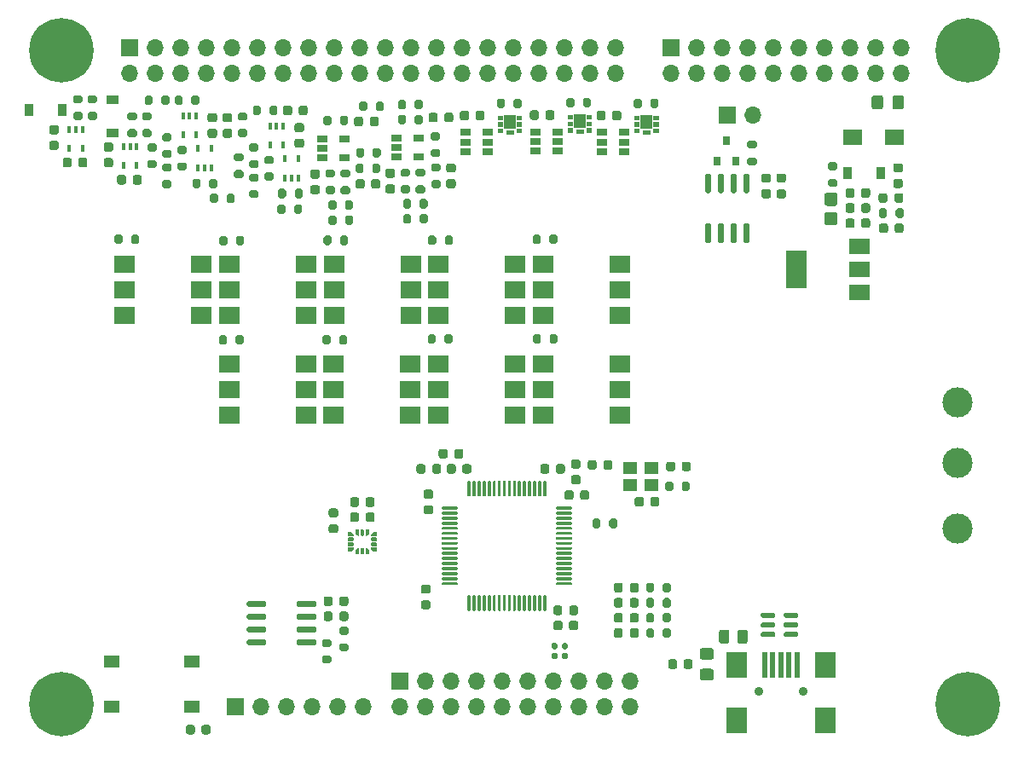
<source format=gts>
G04 #@! TF.GenerationSoftware,KiCad,Pcbnew,(5.1.10)-1*
G04 #@! TF.CreationDate,2022-03-07T12:44:44+01:00*
G04 #@! TF.ProjectId,karta_pomiarowa_v2,6b617274-615f-4706-9f6d-6961726f7761,rev?*
G04 #@! TF.SameCoordinates,Original*
G04 #@! TF.FileFunction,Soldermask,Top*
G04 #@! TF.FilePolarity,Negative*
%FSLAX46Y46*%
G04 Gerber Fmt 4.6, Leading zero omitted, Abs format (unit mm)*
G04 Created by KiCad (PCBNEW (5.1.10)-1) date 2022-03-07 12:44:44*
%MOMM*%
%LPD*%
G01*
G04 APERTURE LIST*
%ADD10C,0.100000*%
%ADD11O,1.700000X1.700000*%
%ADD12R,1.700000X1.700000*%
%ADD13R,0.400000X0.650000*%
%ADD14R,1.060000X0.650000*%
%ADD15R,2.000000X1.500000*%
%ADD16R,2.000000X3.800000*%
%ADD17C,6.400000*%
%ADD18C,3.000000*%
%ADD19R,1.550000X1.300000*%
%ADD20R,0.900000X1.200000*%
%ADD21R,1.200000X0.900000*%
%ADD22R,1.400000X1.200000*%
%ADD23R,2.000000X1.780000*%
%ADD24R,1.900000X1.500000*%
%ADD25C,0.900000*%
%ADD26R,0.500000X2.500000*%
%ADD27R,2.000000X2.500000*%
%ADD28R,0.800000X0.900000*%
G04 APERTURE END LIST*
D10*
G36*
X102530000Y-46435000D02*
G01*
X103730000Y-46435000D01*
X103730000Y-47785000D01*
X102530000Y-47785000D01*
X102530000Y-46435000D01*
G37*
G36*
X102750000Y-47945000D02*
G01*
X103510000Y-47945000D01*
X103510000Y-48395000D01*
X102750000Y-48395000D01*
X102750000Y-47945000D01*
G37*
G36*
X103800000Y-47820000D02*
G01*
X104330000Y-47820000D01*
X104330000Y-48270000D01*
X103800000Y-48270000D01*
X103800000Y-47820000D01*
G37*
G36*
X103800000Y-46520000D02*
G01*
X104330000Y-46520000D01*
X104330000Y-46970000D01*
X103800000Y-46970000D01*
X103800000Y-46520000D01*
G37*
G36*
X103800000Y-47170000D02*
G01*
X104330000Y-47170000D01*
X104330000Y-47620000D01*
X103800000Y-47620000D01*
X103800000Y-47170000D01*
G37*
G36*
X101930000Y-47820000D02*
G01*
X102460000Y-47820000D01*
X102460000Y-48270000D01*
X101930000Y-48270000D01*
X101930000Y-47820000D01*
G37*
G36*
X101930000Y-46520000D02*
G01*
X102460000Y-46520000D01*
X102460000Y-46970000D01*
X101930000Y-46970000D01*
X101930000Y-46520000D01*
G37*
G36*
X101930000Y-47170000D02*
G01*
X102460000Y-47170000D01*
X102460000Y-47620000D01*
X101930000Y-47620000D01*
X101930000Y-47170000D01*
G37*
G36*
X95900000Y-46385000D02*
G01*
X97100000Y-46385000D01*
X97100000Y-47735000D01*
X95900000Y-47735000D01*
X95900000Y-46385000D01*
G37*
G36*
X96120000Y-47895000D02*
G01*
X96880000Y-47895000D01*
X96880000Y-48345000D01*
X96120000Y-48345000D01*
X96120000Y-47895000D01*
G37*
G36*
X97170000Y-47770000D02*
G01*
X97700000Y-47770000D01*
X97700000Y-48220000D01*
X97170000Y-48220000D01*
X97170000Y-47770000D01*
G37*
G36*
X97170000Y-46470000D02*
G01*
X97700000Y-46470000D01*
X97700000Y-46920000D01*
X97170000Y-46920000D01*
X97170000Y-46470000D01*
G37*
G36*
X97170000Y-47120000D02*
G01*
X97700000Y-47120000D01*
X97700000Y-47570000D01*
X97170000Y-47570000D01*
X97170000Y-47120000D01*
G37*
G36*
X95300000Y-47770000D02*
G01*
X95830000Y-47770000D01*
X95830000Y-48220000D01*
X95300000Y-48220000D01*
X95300000Y-47770000D01*
G37*
G36*
X95300000Y-46470000D02*
G01*
X95830000Y-46470000D01*
X95830000Y-46920000D01*
X95300000Y-46920000D01*
X95300000Y-46470000D01*
G37*
G36*
X95300000Y-47120000D02*
G01*
X95830000Y-47120000D01*
X95830000Y-47570000D01*
X95300000Y-47570000D01*
X95300000Y-47120000D01*
G37*
G36*
X88960000Y-46435000D02*
G01*
X90160000Y-46435000D01*
X90160000Y-47785000D01*
X88960000Y-47785000D01*
X88960000Y-46435000D01*
G37*
G36*
X89180000Y-47945000D02*
G01*
X89940000Y-47945000D01*
X89940000Y-48395000D01*
X89180000Y-48395000D01*
X89180000Y-47945000D01*
G37*
G36*
X90230000Y-47820000D02*
G01*
X90760000Y-47820000D01*
X90760000Y-48270000D01*
X90230000Y-48270000D01*
X90230000Y-47820000D01*
G37*
G36*
X90230000Y-46520000D02*
G01*
X90760000Y-46520000D01*
X90760000Y-46970000D01*
X90230000Y-46970000D01*
X90230000Y-46520000D01*
G37*
G36*
X90230000Y-47170000D02*
G01*
X90760000Y-47170000D01*
X90760000Y-47620000D01*
X90230000Y-47620000D01*
X90230000Y-47170000D01*
G37*
G36*
X88360000Y-47820000D02*
G01*
X88890000Y-47820000D01*
X88890000Y-48270000D01*
X88360000Y-48270000D01*
X88360000Y-47820000D01*
G37*
G36*
X88360000Y-46520000D02*
G01*
X88890000Y-46520000D01*
X88890000Y-46970000D01*
X88360000Y-46970000D01*
X88360000Y-46520000D01*
G37*
G36*
X88360000Y-47170000D02*
G01*
X88890000Y-47170000D01*
X88890000Y-47620000D01*
X88360000Y-47620000D01*
X88360000Y-47170000D01*
G37*
D11*
X74980000Y-105190000D03*
X72440000Y-105190000D03*
X69900000Y-105190000D03*
X67360000Y-105190000D03*
X64820000Y-105190000D03*
D12*
X62280000Y-105190000D03*
D13*
X58600000Y-49800000D03*
X59900000Y-49800000D03*
X59250000Y-51700000D03*
X59900000Y-51700000D03*
X58600000Y-51700000D03*
X58400000Y-48450000D03*
X57100000Y-48450000D03*
X57750000Y-46550000D03*
X57100000Y-46550000D03*
X58400000Y-46550000D03*
X67230000Y-50790000D03*
X68530000Y-50790000D03*
X67880000Y-52690000D03*
X68530000Y-52690000D03*
X67230000Y-52690000D03*
X67030000Y-49440000D03*
X65730000Y-49440000D03*
X66380000Y-47540000D03*
X65730000Y-47540000D03*
X67030000Y-47540000D03*
D14*
X73100000Y-48800000D03*
X73100000Y-50700000D03*
X70900000Y-50700000D03*
X70900000Y-49750000D03*
X70900000Y-48800000D03*
X80510000Y-48720000D03*
X80510000Y-50620000D03*
X78310000Y-50620000D03*
X78310000Y-49670000D03*
X78310000Y-48720000D03*
G36*
G01*
X58825000Y-52975000D02*
X58825000Y-53525000D01*
G75*
G02*
X58625000Y-53725000I-200000J0D01*
G01*
X58225000Y-53725000D01*
G75*
G02*
X58025000Y-53525000I0J200000D01*
G01*
X58025000Y-52975000D01*
G75*
G02*
X58225000Y-52775000I200000J0D01*
G01*
X58625000Y-52775000D01*
G75*
G02*
X58825000Y-52975000I0J-200000D01*
G01*
G37*
G36*
G01*
X60475000Y-52975000D02*
X60475000Y-53525000D01*
G75*
G02*
X60275000Y-53725000I-200000J0D01*
G01*
X59875000Y-53725000D01*
G75*
G02*
X59675000Y-53525000I0J200000D01*
G01*
X59675000Y-52975000D01*
G75*
G02*
X59875000Y-52775000I200000J0D01*
G01*
X60275000Y-52775000D01*
G75*
G02*
X60475000Y-52975000I0J-200000D01*
G01*
G37*
G36*
G01*
X61425000Y-55025000D02*
X61425000Y-54475000D01*
G75*
G02*
X61625000Y-54275000I200000J0D01*
G01*
X62025000Y-54275000D01*
G75*
G02*
X62225000Y-54475000I0J-200000D01*
G01*
X62225000Y-55025000D01*
G75*
G02*
X62025000Y-55225000I-200000J0D01*
G01*
X61625000Y-55225000D01*
G75*
G02*
X61425000Y-55025000I0J200000D01*
G01*
G37*
G36*
G01*
X59775000Y-55025000D02*
X59775000Y-54475000D01*
G75*
G02*
X59975000Y-54275000I200000J0D01*
G01*
X60375000Y-54275000D01*
G75*
G02*
X60575000Y-54475000I0J-200000D01*
G01*
X60575000Y-55025000D01*
G75*
G02*
X60375000Y-55225000I-200000J0D01*
G01*
X59975000Y-55225000D01*
G75*
G02*
X59775000Y-55025000I0J200000D01*
G01*
G37*
G36*
G01*
X57275000Y-50325000D02*
X56725000Y-50325000D01*
G75*
G02*
X56525000Y-50125000I0J200000D01*
G01*
X56525000Y-49725000D01*
G75*
G02*
X56725000Y-49525000I200000J0D01*
G01*
X57275000Y-49525000D01*
G75*
G02*
X57475000Y-49725000I0J-200000D01*
G01*
X57475000Y-50125000D01*
G75*
G02*
X57275000Y-50325000I-200000J0D01*
G01*
G37*
G36*
G01*
X57275000Y-51975000D02*
X56725000Y-51975000D01*
G75*
G02*
X56525000Y-51775000I0J200000D01*
G01*
X56525000Y-51375000D01*
G75*
G02*
X56725000Y-51175000I200000J0D01*
G01*
X57275000Y-51175000D01*
G75*
G02*
X57475000Y-51375000I0J-200000D01*
G01*
X57475000Y-51775000D01*
G75*
G02*
X57275000Y-51975000I-200000J0D01*
G01*
G37*
G36*
G01*
X54925000Y-45275000D02*
X54925000Y-44725000D01*
G75*
G02*
X55125000Y-44525000I200000J0D01*
G01*
X55525000Y-44525000D01*
G75*
G02*
X55725000Y-44725000I0J-200000D01*
G01*
X55725000Y-45275000D01*
G75*
G02*
X55525000Y-45475000I-200000J0D01*
G01*
X55125000Y-45475000D01*
G75*
G02*
X54925000Y-45275000I0J200000D01*
G01*
G37*
G36*
G01*
X53275000Y-45275000D02*
X53275000Y-44725000D01*
G75*
G02*
X53475000Y-44525000I200000J0D01*
G01*
X53875000Y-44525000D01*
G75*
G02*
X54075000Y-44725000I0J-200000D01*
G01*
X54075000Y-45275000D01*
G75*
G02*
X53875000Y-45475000I-200000J0D01*
G01*
X53475000Y-45475000D01*
G75*
G02*
X53275000Y-45275000I0J200000D01*
G01*
G37*
G36*
G01*
X55225000Y-49925000D02*
X55775000Y-49925000D01*
G75*
G02*
X55975000Y-50125000I0J-200000D01*
G01*
X55975000Y-50525000D01*
G75*
G02*
X55775000Y-50725000I-200000J0D01*
G01*
X55225000Y-50725000D01*
G75*
G02*
X55025000Y-50525000I0J200000D01*
G01*
X55025000Y-50125000D01*
G75*
G02*
X55225000Y-49925000I200000J0D01*
G01*
G37*
G36*
G01*
X55225000Y-48275000D02*
X55775000Y-48275000D01*
G75*
G02*
X55975000Y-48475000I0J-200000D01*
G01*
X55975000Y-48875000D01*
G75*
G02*
X55775000Y-49075000I-200000J0D01*
G01*
X55225000Y-49075000D01*
G75*
G02*
X55025000Y-48875000I0J200000D01*
G01*
X55025000Y-48475000D01*
G75*
G02*
X55225000Y-48275000I200000J0D01*
G01*
G37*
G36*
G01*
X57925000Y-45275000D02*
X57925000Y-44725000D01*
G75*
G02*
X58125000Y-44525000I200000J0D01*
G01*
X58525000Y-44525000D01*
G75*
G02*
X58725000Y-44725000I0J-200000D01*
G01*
X58725000Y-45275000D01*
G75*
G02*
X58525000Y-45475000I-200000J0D01*
G01*
X58125000Y-45475000D01*
G75*
G02*
X57925000Y-45275000I0J200000D01*
G01*
G37*
G36*
G01*
X56275000Y-45275000D02*
X56275000Y-44725000D01*
G75*
G02*
X56475000Y-44525000I200000J0D01*
G01*
X56875000Y-44525000D01*
G75*
G02*
X57075000Y-44725000I0J-200000D01*
G01*
X57075000Y-45275000D01*
G75*
G02*
X56875000Y-45475000I-200000J0D01*
G01*
X56475000Y-45475000D01*
G75*
G02*
X56275000Y-45275000I0J200000D01*
G01*
G37*
G36*
G01*
X54275000Y-50075000D02*
X53725000Y-50075000D01*
G75*
G02*
X53525000Y-49875000I0J200000D01*
G01*
X53525000Y-49475000D01*
G75*
G02*
X53725000Y-49275000I200000J0D01*
G01*
X54275000Y-49275000D01*
G75*
G02*
X54475000Y-49475000I0J-200000D01*
G01*
X54475000Y-49875000D01*
G75*
G02*
X54275000Y-50075000I-200000J0D01*
G01*
G37*
G36*
G01*
X54275000Y-51725000D02*
X53725000Y-51725000D01*
G75*
G02*
X53525000Y-51525000I0J200000D01*
G01*
X53525000Y-51125000D01*
G75*
G02*
X53725000Y-50925000I200000J0D01*
G01*
X54275000Y-50925000D01*
G75*
G02*
X54475000Y-51125000I0J-200000D01*
G01*
X54475000Y-51525000D01*
G75*
G02*
X54275000Y-51725000I-200000J0D01*
G01*
G37*
G36*
G01*
X55775000Y-52075000D02*
X55225000Y-52075000D01*
G75*
G02*
X55025000Y-51875000I0J200000D01*
G01*
X55025000Y-51475000D01*
G75*
G02*
X55225000Y-51275000I200000J0D01*
G01*
X55775000Y-51275000D01*
G75*
G02*
X55975000Y-51475000I0J-200000D01*
G01*
X55975000Y-51875000D01*
G75*
G02*
X55775000Y-52075000I-200000J0D01*
G01*
G37*
G36*
G01*
X55775000Y-53725000D02*
X55225000Y-53725000D01*
G75*
G02*
X55025000Y-53525000I0J200000D01*
G01*
X55025000Y-53125000D01*
G75*
G02*
X55225000Y-52925000I200000J0D01*
G01*
X55775000Y-52925000D01*
G75*
G02*
X55975000Y-53125000I0J-200000D01*
G01*
X55975000Y-53525000D01*
G75*
G02*
X55775000Y-53725000I-200000J0D01*
G01*
G37*
G36*
G01*
X67325000Y-53975000D02*
X67325000Y-54525000D01*
G75*
G02*
X67125000Y-54725000I-200000J0D01*
G01*
X66725000Y-54725000D01*
G75*
G02*
X66525000Y-54525000I0J200000D01*
G01*
X66525000Y-53975000D01*
G75*
G02*
X66725000Y-53775000I200000J0D01*
G01*
X67125000Y-53775000D01*
G75*
G02*
X67325000Y-53975000I0J-200000D01*
G01*
G37*
G36*
G01*
X68975000Y-53975000D02*
X68975000Y-54525000D01*
G75*
G02*
X68775000Y-54725000I-200000J0D01*
G01*
X68375000Y-54725000D01*
G75*
G02*
X68175000Y-54525000I0J200000D01*
G01*
X68175000Y-53975000D01*
G75*
G02*
X68375000Y-53775000I200000J0D01*
G01*
X68775000Y-53775000D01*
G75*
G02*
X68975000Y-53975000I0J-200000D01*
G01*
G37*
G36*
G01*
X67275000Y-55525000D02*
X67275000Y-56075000D01*
G75*
G02*
X67075000Y-56275000I-200000J0D01*
G01*
X66675000Y-56275000D01*
G75*
G02*
X66475000Y-56075000I0J200000D01*
G01*
X66475000Y-55525000D01*
G75*
G02*
X66675000Y-55325000I200000J0D01*
G01*
X67075000Y-55325000D01*
G75*
G02*
X67275000Y-55525000I0J-200000D01*
G01*
G37*
G36*
G01*
X68925000Y-55525000D02*
X68925000Y-56075000D01*
G75*
G02*
X68725000Y-56275000I-200000J0D01*
G01*
X68325000Y-56275000D01*
G75*
G02*
X68125000Y-56075000I0J200000D01*
G01*
X68125000Y-55525000D01*
G75*
G02*
X68325000Y-55325000I200000J0D01*
G01*
X68725000Y-55325000D01*
G75*
G02*
X68925000Y-55525000I0J-200000D01*
G01*
G37*
G36*
G01*
X65905000Y-51315000D02*
X65355000Y-51315000D01*
G75*
G02*
X65155000Y-51115000I0J200000D01*
G01*
X65155000Y-50715000D01*
G75*
G02*
X65355000Y-50515000I200000J0D01*
G01*
X65905000Y-50515000D01*
G75*
G02*
X66105000Y-50715000I0J-200000D01*
G01*
X66105000Y-51115000D01*
G75*
G02*
X65905000Y-51315000I-200000J0D01*
G01*
G37*
G36*
G01*
X65905000Y-52965000D02*
X65355000Y-52965000D01*
G75*
G02*
X65155000Y-52765000I0J200000D01*
G01*
X65155000Y-52365000D01*
G75*
G02*
X65355000Y-52165000I200000J0D01*
G01*
X65905000Y-52165000D01*
G75*
G02*
X66105000Y-52365000I0J-200000D01*
G01*
X66105000Y-52765000D01*
G75*
G02*
X65905000Y-52965000I-200000J0D01*
G01*
G37*
G36*
G01*
X62725000Y-47850000D02*
X63275000Y-47850000D01*
G75*
G02*
X63475000Y-48050000I0J-200000D01*
G01*
X63475000Y-48450000D01*
G75*
G02*
X63275000Y-48650000I-200000J0D01*
G01*
X62725000Y-48650000D01*
G75*
G02*
X62525000Y-48450000I0J200000D01*
G01*
X62525000Y-48050000D01*
G75*
G02*
X62725000Y-47850000I200000J0D01*
G01*
G37*
G36*
G01*
X62725000Y-46200000D02*
X63275000Y-46200000D01*
G75*
G02*
X63475000Y-46400000I0J-200000D01*
G01*
X63475000Y-46800000D01*
G75*
G02*
X63275000Y-47000000I-200000J0D01*
G01*
X62725000Y-47000000D01*
G75*
G02*
X62525000Y-46800000I0J200000D01*
G01*
X62525000Y-46400000D01*
G75*
G02*
X62725000Y-46200000I200000J0D01*
G01*
G37*
G36*
G01*
X63855000Y-50915000D02*
X64405000Y-50915000D01*
G75*
G02*
X64605000Y-51115000I0J-200000D01*
G01*
X64605000Y-51515000D01*
G75*
G02*
X64405000Y-51715000I-200000J0D01*
G01*
X63855000Y-51715000D01*
G75*
G02*
X63655000Y-51515000I0J200000D01*
G01*
X63655000Y-51115000D01*
G75*
G02*
X63855000Y-50915000I200000J0D01*
G01*
G37*
G36*
G01*
X63855000Y-49265000D02*
X64405000Y-49265000D01*
G75*
G02*
X64605000Y-49465000I0J-200000D01*
G01*
X64605000Y-49865000D01*
G75*
G02*
X64405000Y-50065000I-200000J0D01*
G01*
X63855000Y-50065000D01*
G75*
G02*
X63655000Y-49865000I0J200000D01*
G01*
X63655000Y-49465000D01*
G75*
G02*
X63855000Y-49265000I200000J0D01*
G01*
G37*
G36*
G01*
X64825000Y-45725000D02*
X64825000Y-46275000D01*
G75*
G02*
X64625000Y-46475000I-200000J0D01*
G01*
X64225000Y-46475000D01*
G75*
G02*
X64025000Y-46275000I0J200000D01*
G01*
X64025000Y-45725000D01*
G75*
G02*
X64225000Y-45525000I200000J0D01*
G01*
X64625000Y-45525000D01*
G75*
G02*
X64825000Y-45725000I0J-200000D01*
G01*
G37*
G36*
G01*
X66475000Y-45725000D02*
X66475000Y-46275000D01*
G75*
G02*
X66275000Y-46475000I-200000J0D01*
G01*
X65875000Y-46475000D01*
G75*
G02*
X65675000Y-46275000I0J200000D01*
G01*
X65675000Y-45725000D01*
G75*
G02*
X65875000Y-45525000I200000J0D01*
G01*
X66275000Y-45525000D01*
G75*
G02*
X66475000Y-45725000I0J-200000D01*
G01*
G37*
G36*
G01*
X62905000Y-51065000D02*
X62355000Y-51065000D01*
G75*
G02*
X62155000Y-50865000I0J200000D01*
G01*
X62155000Y-50465000D01*
G75*
G02*
X62355000Y-50265000I200000J0D01*
G01*
X62905000Y-50265000D01*
G75*
G02*
X63105000Y-50465000I0J-200000D01*
G01*
X63105000Y-50865000D01*
G75*
G02*
X62905000Y-51065000I-200000J0D01*
G01*
G37*
G36*
G01*
X62905000Y-52715000D02*
X62355000Y-52715000D01*
G75*
G02*
X62155000Y-52515000I0J200000D01*
G01*
X62155000Y-52115000D01*
G75*
G02*
X62355000Y-51915000I200000J0D01*
G01*
X62905000Y-51915000D01*
G75*
G02*
X63105000Y-52115000I0J-200000D01*
G01*
X63105000Y-52515000D01*
G75*
G02*
X62905000Y-52715000I-200000J0D01*
G01*
G37*
G36*
G01*
X64405000Y-53065000D02*
X63855000Y-53065000D01*
G75*
G02*
X63655000Y-52865000I0J200000D01*
G01*
X63655000Y-52465000D01*
G75*
G02*
X63855000Y-52265000I200000J0D01*
G01*
X64405000Y-52265000D01*
G75*
G02*
X64605000Y-52465000I0J-200000D01*
G01*
X64605000Y-52865000D01*
G75*
G02*
X64405000Y-53065000I-200000J0D01*
G01*
G37*
G36*
G01*
X64405000Y-54715000D02*
X63855000Y-54715000D01*
G75*
G02*
X63655000Y-54515000I0J200000D01*
G01*
X63655000Y-54115000D01*
G75*
G02*
X63855000Y-53915000I200000J0D01*
G01*
X64405000Y-53915000D01*
G75*
G02*
X64605000Y-54115000I0J-200000D01*
G01*
X64605000Y-54515000D01*
G75*
G02*
X64405000Y-54715000I-200000J0D01*
G01*
G37*
G36*
G01*
X75075000Y-49925000D02*
X75075000Y-50475000D01*
G75*
G02*
X74875000Y-50675000I-200000J0D01*
G01*
X74475000Y-50675000D01*
G75*
G02*
X74275000Y-50475000I0J200000D01*
G01*
X74275000Y-49925000D01*
G75*
G02*
X74475000Y-49725000I200000J0D01*
G01*
X74875000Y-49725000D01*
G75*
G02*
X75075000Y-49925000I0J-200000D01*
G01*
G37*
G36*
G01*
X76725000Y-49925000D02*
X76725000Y-50475000D01*
G75*
G02*
X76525000Y-50675000I-200000J0D01*
G01*
X76125000Y-50675000D01*
G75*
G02*
X75925000Y-50475000I0J200000D01*
G01*
X75925000Y-49925000D01*
G75*
G02*
X76125000Y-49725000I200000J0D01*
G01*
X76525000Y-49725000D01*
G75*
G02*
X76725000Y-49925000I0J-200000D01*
G01*
G37*
G36*
G01*
X75025000Y-51475000D02*
X75025000Y-52025000D01*
G75*
G02*
X74825000Y-52225000I-200000J0D01*
G01*
X74425000Y-52225000D01*
G75*
G02*
X74225000Y-52025000I0J200000D01*
G01*
X74225000Y-51475000D01*
G75*
G02*
X74425000Y-51275000I200000J0D01*
G01*
X74825000Y-51275000D01*
G75*
G02*
X75025000Y-51475000I0J-200000D01*
G01*
G37*
G36*
G01*
X76675000Y-51475000D02*
X76675000Y-52025000D01*
G75*
G02*
X76475000Y-52225000I-200000J0D01*
G01*
X76075000Y-52225000D01*
G75*
G02*
X75875000Y-52025000I0J200000D01*
G01*
X75875000Y-51475000D01*
G75*
G02*
X76075000Y-51275000I200000J0D01*
G01*
X76475000Y-51275000D01*
G75*
G02*
X76675000Y-51475000I0J-200000D01*
G01*
G37*
G36*
G01*
X71425000Y-53525000D02*
X71975000Y-53525000D01*
G75*
G02*
X72175000Y-53725000I0J-200000D01*
G01*
X72175000Y-54125000D01*
G75*
G02*
X71975000Y-54325000I-200000J0D01*
G01*
X71425000Y-54325000D01*
G75*
G02*
X71225000Y-54125000I0J200000D01*
G01*
X71225000Y-53725000D01*
G75*
G02*
X71425000Y-53525000I200000J0D01*
G01*
G37*
G36*
G01*
X71425000Y-51875000D02*
X71975000Y-51875000D01*
G75*
G02*
X72175000Y-52075000I0J-200000D01*
G01*
X72175000Y-52475000D01*
G75*
G02*
X71975000Y-52675000I-200000J0D01*
G01*
X71425000Y-52675000D01*
G75*
G02*
X71225000Y-52475000I0J200000D01*
G01*
X71225000Y-52075000D01*
G75*
G02*
X71425000Y-51875000I200000J0D01*
G01*
G37*
G36*
G01*
X75375000Y-45325000D02*
X75375000Y-45875000D01*
G75*
G02*
X75175000Y-46075000I-200000J0D01*
G01*
X74775000Y-46075000D01*
G75*
G02*
X74575000Y-45875000I0J200000D01*
G01*
X74575000Y-45325000D01*
G75*
G02*
X74775000Y-45125000I200000J0D01*
G01*
X75175000Y-45125000D01*
G75*
G02*
X75375000Y-45325000I0J-200000D01*
G01*
G37*
G36*
G01*
X77025000Y-45325000D02*
X77025000Y-45875000D01*
G75*
G02*
X76825000Y-46075000I-200000J0D01*
G01*
X76425000Y-46075000D01*
G75*
G02*
X76225000Y-45875000I0J200000D01*
G01*
X76225000Y-45325000D01*
G75*
G02*
X76425000Y-45125000I200000J0D01*
G01*
X76825000Y-45125000D01*
G75*
G02*
X77025000Y-45325000I0J-200000D01*
G01*
G37*
G36*
G01*
X72925000Y-53525000D02*
X73475000Y-53525000D01*
G75*
G02*
X73675000Y-53725000I0J-200000D01*
G01*
X73675000Y-54125000D01*
G75*
G02*
X73475000Y-54325000I-200000J0D01*
G01*
X72925000Y-54325000D01*
G75*
G02*
X72725000Y-54125000I0J200000D01*
G01*
X72725000Y-53725000D01*
G75*
G02*
X72925000Y-53525000I200000J0D01*
G01*
G37*
G36*
G01*
X72925000Y-51875000D02*
X73475000Y-51875000D01*
G75*
G02*
X73675000Y-52075000I0J-200000D01*
G01*
X73675000Y-52475000D01*
G75*
G02*
X73475000Y-52675000I-200000J0D01*
G01*
X72925000Y-52675000D01*
G75*
G02*
X72725000Y-52475000I0J200000D01*
G01*
X72725000Y-52075000D01*
G75*
G02*
X72925000Y-51875000I200000J0D01*
G01*
G37*
G36*
G01*
X72325000Y-55125000D02*
X72325000Y-55675000D01*
G75*
G02*
X72125000Y-55875000I-200000J0D01*
G01*
X71725000Y-55875000D01*
G75*
G02*
X71525000Y-55675000I0J200000D01*
G01*
X71525000Y-55125000D01*
G75*
G02*
X71725000Y-54925000I200000J0D01*
G01*
X72125000Y-54925000D01*
G75*
G02*
X72325000Y-55125000I0J-200000D01*
G01*
G37*
G36*
G01*
X73975000Y-55125000D02*
X73975000Y-55675000D01*
G75*
G02*
X73775000Y-55875000I-200000J0D01*
G01*
X73375000Y-55875000D01*
G75*
G02*
X73175000Y-55675000I0J200000D01*
G01*
X73175000Y-55125000D01*
G75*
G02*
X73375000Y-54925000I200000J0D01*
G01*
X73775000Y-54925000D01*
G75*
G02*
X73975000Y-55125000I0J-200000D01*
G01*
G37*
G36*
G01*
X73175000Y-57175000D02*
X73175000Y-56625000D01*
G75*
G02*
X73375000Y-56425000I200000J0D01*
G01*
X73775000Y-56425000D01*
G75*
G02*
X73975000Y-56625000I0J-200000D01*
G01*
X73975000Y-57175000D01*
G75*
G02*
X73775000Y-57375000I-200000J0D01*
G01*
X73375000Y-57375000D01*
G75*
G02*
X73175000Y-57175000I0J200000D01*
G01*
G37*
G36*
G01*
X71525000Y-57175000D02*
X71525000Y-56625000D01*
G75*
G02*
X71725000Y-56425000I200000J0D01*
G01*
X72125000Y-56425000D01*
G75*
G02*
X72325000Y-56625000I0J-200000D01*
G01*
X72325000Y-57175000D01*
G75*
G02*
X72125000Y-57375000I-200000J0D01*
G01*
X71725000Y-57375000D01*
G75*
G02*
X71525000Y-57175000I0J200000D01*
G01*
G37*
G36*
G01*
X72675000Y-47275000D02*
X72675000Y-46725000D01*
G75*
G02*
X72875000Y-46525000I200000J0D01*
G01*
X73275000Y-46525000D01*
G75*
G02*
X73475000Y-46725000I0J-200000D01*
G01*
X73475000Y-47275000D01*
G75*
G02*
X73275000Y-47475000I-200000J0D01*
G01*
X72875000Y-47475000D01*
G75*
G02*
X72675000Y-47275000I0J200000D01*
G01*
G37*
G36*
G01*
X71025000Y-47275000D02*
X71025000Y-46725000D01*
G75*
G02*
X71225000Y-46525000I200000J0D01*
G01*
X71625000Y-46525000D01*
G75*
G02*
X71825000Y-46725000I0J-200000D01*
G01*
X71825000Y-47275000D01*
G75*
G02*
X71625000Y-47475000I-200000J0D01*
G01*
X71225000Y-47475000D01*
G75*
G02*
X71025000Y-47275000I0J200000D01*
G01*
G37*
G36*
G01*
X82435000Y-48995000D02*
X81885000Y-48995000D01*
G75*
G02*
X81685000Y-48795000I0J200000D01*
G01*
X81685000Y-48395000D01*
G75*
G02*
X81885000Y-48195000I200000J0D01*
G01*
X82435000Y-48195000D01*
G75*
G02*
X82635000Y-48395000I0J-200000D01*
G01*
X82635000Y-48795000D01*
G75*
G02*
X82435000Y-48995000I-200000J0D01*
G01*
G37*
G36*
G01*
X82435000Y-50645000D02*
X81885000Y-50645000D01*
G75*
G02*
X81685000Y-50445000I0J200000D01*
G01*
X81685000Y-50045000D01*
G75*
G02*
X81885000Y-49845000I200000J0D01*
G01*
X82435000Y-49845000D01*
G75*
G02*
X82635000Y-50045000I0J-200000D01*
G01*
X82635000Y-50445000D01*
G75*
G02*
X82435000Y-50645000I-200000J0D01*
G01*
G37*
G36*
G01*
X82475000Y-52075000D02*
X81925000Y-52075000D01*
G75*
G02*
X81725000Y-51875000I0J200000D01*
G01*
X81725000Y-51475000D01*
G75*
G02*
X81925000Y-51275000I200000J0D01*
G01*
X82475000Y-51275000D01*
G75*
G02*
X82675000Y-51475000I0J-200000D01*
G01*
X82675000Y-51875000D01*
G75*
G02*
X82475000Y-52075000I-200000J0D01*
G01*
G37*
G36*
G01*
X82475000Y-53725000D02*
X81925000Y-53725000D01*
G75*
G02*
X81725000Y-53525000I0J200000D01*
G01*
X81725000Y-53125000D01*
G75*
G02*
X81925000Y-52925000I200000J0D01*
G01*
X82475000Y-52925000D01*
G75*
G02*
X82675000Y-53125000I0J-200000D01*
G01*
X82675000Y-53525000D01*
G75*
G02*
X82475000Y-53725000I-200000J0D01*
G01*
G37*
G36*
G01*
X78885000Y-53445000D02*
X79435000Y-53445000D01*
G75*
G02*
X79635000Y-53645000I0J-200000D01*
G01*
X79635000Y-54045000D01*
G75*
G02*
X79435000Y-54245000I-200000J0D01*
G01*
X78885000Y-54245000D01*
G75*
G02*
X78685000Y-54045000I0J200000D01*
G01*
X78685000Y-53645000D01*
G75*
G02*
X78885000Y-53445000I200000J0D01*
G01*
G37*
G36*
G01*
X78885000Y-51795000D02*
X79435000Y-51795000D01*
G75*
G02*
X79635000Y-51995000I0J-200000D01*
G01*
X79635000Y-52395000D01*
G75*
G02*
X79435000Y-52595000I-200000J0D01*
G01*
X78885000Y-52595000D01*
G75*
G02*
X78685000Y-52395000I0J200000D01*
G01*
X78685000Y-51995000D01*
G75*
G02*
X78885000Y-51795000I200000J0D01*
G01*
G37*
G36*
G01*
X80085000Y-45695000D02*
X80085000Y-45145000D01*
G75*
G02*
X80285000Y-44945000I200000J0D01*
G01*
X80685000Y-44945000D01*
G75*
G02*
X80885000Y-45145000I0J-200000D01*
G01*
X80885000Y-45695000D01*
G75*
G02*
X80685000Y-45895000I-200000J0D01*
G01*
X80285000Y-45895000D01*
G75*
G02*
X80085000Y-45695000I0J200000D01*
G01*
G37*
G36*
G01*
X78435000Y-45695000D02*
X78435000Y-45145000D01*
G75*
G02*
X78635000Y-44945000I200000J0D01*
G01*
X79035000Y-44945000D01*
G75*
G02*
X79235000Y-45145000I0J-200000D01*
G01*
X79235000Y-45695000D01*
G75*
G02*
X79035000Y-45895000I-200000J0D01*
G01*
X78635000Y-45895000D01*
G75*
G02*
X78435000Y-45695000I0J200000D01*
G01*
G37*
G36*
G01*
X80385000Y-53445000D02*
X80935000Y-53445000D01*
G75*
G02*
X81135000Y-53645000I0J-200000D01*
G01*
X81135000Y-54045000D01*
G75*
G02*
X80935000Y-54245000I-200000J0D01*
G01*
X80385000Y-54245000D01*
G75*
G02*
X80185000Y-54045000I0J200000D01*
G01*
X80185000Y-53645000D01*
G75*
G02*
X80385000Y-53445000I200000J0D01*
G01*
G37*
G36*
G01*
X80385000Y-51795000D02*
X80935000Y-51795000D01*
G75*
G02*
X81135000Y-51995000I0J-200000D01*
G01*
X81135000Y-52395000D01*
G75*
G02*
X80935000Y-52595000I-200000J0D01*
G01*
X80385000Y-52595000D01*
G75*
G02*
X80185000Y-52395000I0J200000D01*
G01*
X80185000Y-51995000D01*
G75*
G02*
X80385000Y-51795000I200000J0D01*
G01*
G37*
G36*
G01*
X79735000Y-54995000D02*
X79735000Y-55545000D01*
G75*
G02*
X79535000Y-55745000I-200000J0D01*
G01*
X79135000Y-55745000D01*
G75*
G02*
X78935000Y-55545000I0J200000D01*
G01*
X78935000Y-54995000D01*
G75*
G02*
X79135000Y-54795000I200000J0D01*
G01*
X79535000Y-54795000D01*
G75*
G02*
X79735000Y-54995000I0J-200000D01*
G01*
G37*
G36*
G01*
X81385000Y-54995000D02*
X81385000Y-55545000D01*
G75*
G02*
X81185000Y-55745000I-200000J0D01*
G01*
X80785000Y-55745000D01*
G75*
G02*
X80585000Y-55545000I0J200000D01*
G01*
X80585000Y-54995000D01*
G75*
G02*
X80785000Y-54795000I200000J0D01*
G01*
X81185000Y-54795000D01*
G75*
G02*
X81385000Y-54995000I0J-200000D01*
G01*
G37*
G36*
G01*
X80585000Y-57045000D02*
X80585000Y-56495000D01*
G75*
G02*
X80785000Y-56295000I200000J0D01*
G01*
X81185000Y-56295000D01*
G75*
G02*
X81385000Y-56495000I0J-200000D01*
G01*
X81385000Y-57045000D01*
G75*
G02*
X81185000Y-57245000I-200000J0D01*
G01*
X80785000Y-57245000D01*
G75*
G02*
X80585000Y-57045000I0J200000D01*
G01*
G37*
G36*
G01*
X78935000Y-57045000D02*
X78935000Y-56495000D01*
G75*
G02*
X79135000Y-56295000I200000J0D01*
G01*
X79535000Y-56295000D01*
G75*
G02*
X79735000Y-56495000I0J-200000D01*
G01*
X79735000Y-57045000D01*
G75*
G02*
X79535000Y-57245000I-200000J0D01*
G01*
X79135000Y-57245000D01*
G75*
G02*
X78935000Y-57045000I0J200000D01*
G01*
G37*
G36*
G01*
X80085000Y-47195000D02*
X80085000Y-46645000D01*
G75*
G02*
X80285000Y-46445000I200000J0D01*
G01*
X80685000Y-46445000D01*
G75*
G02*
X80885000Y-46645000I0J-200000D01*
G01*
X80885000Y-47195000D01*
G75*
G02*
X80685000Y-47395000I-200000J0D01*
G01*
X80285000Y-47395000D01*
G75*
G02*
X80085000Y-47195000I0J200000D01*
G01*
G37*
G36*
G01*
X78435000Y-47195000D02*
X78435000Y-46645000D01*
G75*
G02*
X78635000Y-46445000I200000J0D01*
G01*
X79035000Y-46445000D01*
G75*
G02*
X79235000Y-46645000I0J-200000D01*
G01*
X79235000Y-47195000D01*
G75*
G02*
X79035000Y-47395000I-200000J0D01*
G01*
X78635000Y-47395000D01*
G75*
G02*
X78435000Y-47195000I0J200000D01*
G01*
G37*
G36*
G01*
X61250000Y-47825000D02*
X61750000Y-47825000D01*
G75*
G02*
X61975000Y-48050000I0J-225000D01*
G01*
X61975000Y-48500000D01*
G75*
G02*
X61750000Y-48725000I-225000J0D01*
G01*
X61250000Y-48725000D01*
G75*
G02*
X61025000Y-48500000I0J225000D01*
G01*
X61025000Y-48050000D01*
G75*
G02*
X61250000Y-47825000I225000J0D01*
G01*
G37*
G36*
G01*
X61250000Y-46275000D02*
X61750000Y-46275000D01*
G75*
G02*
X61975000Y-46500000I0J-225000D01*
G01*
X61975000Y-46950000D01*
G75*
G02*
X61750000Y-47175000I-225000J0D01*
G01*
X61250000Y-47175000D01*
G75*
G02*
X61025000Y-46950000I0J225000D01*
G01*
X61025000Y-46500000D01*
G75*
G02*
X61250000Y-46275000I225000J0D01*
G01*
G37*
G36*
G01*
X59750000Y-47825000D02*
X60250000Y-47825000D01*
G75*
G02*
X60475000Y-48050000I0J-225000D01*
G01*
X60475000Y-48500000D01*
G75*
G02*
X60250000Y-48725000I-225000J0D01*
G01*
X59750000Y-48725000D01*
G75*
G02*
X59525000Y-48500000I0J225000D01*
G01*
X59525000Y-48050000D01*
G75*
G02*
X59750000Y-47825000I225000J0D01*
G01*
G37*
G36*
G01*
X59750000Y-46275000D02*
X60250000Y-46275000D01*
G75*
G02*
X60475000Y-46500000I0J-225000D01*
G01*
X60475000Y-46950000D01*
G75*
G02*
X60250000Y-47175000I-225000J0D01*
G01*
X59750000Y-47175000D01*
G75*
G02*
X59525000Y-46950000I0J225000D01*
G01*
X59525000Y-46500000D01*
G75*
G02*
X59750000Y-46275000I225000J0D01*
G01*
G37*
G36*
G01*
X68575000Y-46250000D02*
X68575000Y-45750000D01*
G75*
G02*
X68800000Y-45525000I225000J0D01*
G01*
X69250000Y-45525000D01*
G75*
G02*
X69475000Y-45750000I0J-225000D01*
G01*
X69475000Y-46250000D01*
G75*
G02*
X69250000Y-46475000I-225000J0D01*
G01*
X68800000Y-46475000D01*
G75*
G02*
X68575000Y-46250000I0J225000D01*
G01*
G37*
G36*
G01*
X67025000Y-46250000D02*
X67025000Y-45750000D01*
G75*
G02*
X67250000Y-45525000I225000J0D01*
G01*
X67700000Y-45525000D01*
G75*
G02*
X67925000Y-45750000I0J-225000D01*
G01*
X67925000Y-46250000D01*
G75*
G02*
X67700000Y-46475000I-225000J0D01*
G01*
X67250000Y-46475000D01*
G75*
G02*
X67025000Y-46250000I0J225000D01*
G01*
G37*
G36*
G01*
X68380000Y-48815000D02*
X68880000Y-48815000D01*
G75*
G02*
X69105000Y-49040000I0J-225000D01*
G01*
X69105000Y-49490000D01*
G75*
G02*
X68880000Y-49715000I-225000J0D01*
G01*
X68380000Y-49715000D01*
G75*
G02*
X68155000Y-49490000I0J225000D01*
G01*
X68155000Y-49040000D01*
G75*
G02*
X68380000Y-48815000I225000J0D01*
G01*
G37*
G36*
G01*
X68380000Y-47265000D02*
X68880000Y-47265000D01*
G75*
G02*
X69105000Y-47490000I0J-225000D01*
G01*
X69105000Y-47940000D01*
G75*
G02*
X68880000Y-48165000I-225000J0D01*
G01*
X68380000Y-48165000D01*
G75*
G02*
X68155000Y-47940000I0J225000D01*
G01*
X68155000Y-47490000D01*
G75*
G02*
X68380000Y-47265000I225000J0D01*
G01*
G37*
G36*
G01*
X74975000Y-46850000D02*
X74975000Y-47350000D01*
G75*
G02*
X74750000Y-47575000I-225000J0D01*
G01*
X74300000Y-47575000D01*
G75*
G02*
X74075000Y-47350000I0J225000D01*
G01*
X74075000Y-46850000D01*
G75*
G02*
X74300000Y-46625000I225000J0D01*
G01*
X74750000Y-46625000D01*
G75*
G02*
X74975000Y-46850000I0J-225000D01*
G01*
G37*
G36*
G01*
X76525000Y-46850000D02*
X76525000Y-47350000D01*
G75*
G02*
X76300000Y-47575000I-225000J0D01*
G01*
X75850000Y-47575000D01*
G75*
G02*
X75625000Y-47350000I0J225000D01*
G01*
X75625000Y-46850000D01*
G75*
G02*
X75850000Y-46625000I225000J0D01*
G01*
X76300000Y-46625000D01*
G75*
G02*
X76525000Y-46850000I0J-225000D01*
G01*
G37*
G36*
G01*
X75125000Y-53050000D02*
X75125000Y-53550000D01*
G75*
G02*
X74900000Y-53775000I-225000J0D01*
G01*
X74450000Y-53775000D01*
G75*
G02*
X74225000Y-53550000I0J225000D01*
G01*
X74225000Y-53050000D01*
G75*
G02*
X74450000Y-52825000I225000J0D01*
G01*
X74900000Y-52825000D01*
G75*
G02*
X75125000Y-53050000I0J-225000D01*
G01*
G37*
G36*
G01*
X76675000Y-53050000D02*
X76675000Y-53550000D01*
G75*
G02*
X76450000Y-53775000I-225000J0D01*
G01*
X76000000Y-53775000D01*
G75*
G02*
X75775000Y-53550000I0J225000D01*
G01*
X75775000Y-53050000D01*
G75*
G02*
X76000000Y-52825000I225000J0D01*
G01*
X76450000Y-52825000D01*
G75*
G02*
X76675000Y-53050000I0J-225000D01*
G01*
G37*
G36*
G01*
X69950000Y-53425000D02*
X70450000Y-53425000D01*
G75*
G02*
X70675000Y-53650000I0J-225000D01*
G01*
X70675000Y-54100000D01*
G75*
G02*
X70450000Y-54325000I-225000J0D01*
G01*
X69950000Y-54325000D01*
G75*
G02*
X69725000Y-54100000I0J225000D01*
G01*
X69725000Y-53650000D01*
G75*
G02*
X69950000Y-53425000I225000J0D01*
G01*
G37*
G36*
G01*
X69950000Y-51875000D02*
X70450000Y-51875000D01*
G75*
G02*
X70675000Y-52100000I0J-225000D01*
G01*
X70675000Y-52550000D01*
G75*
G02*
X70450000Y-52775000I-225000J0D01*
G01*
X69950000Y-52775000D01*
G75*
G02*
X69725000Y-52550000I0J225000D01*
G01*
X69725000Y-52100000D01*
G75*
G02*
X69950000Y-51875000I225000J0D01*
G01*
G37*
G36*
G01*
X82375000Y-46450000D02*
X82375000Y-46950000D01*
G75*
G02*
X82150000Y-47175000I-225000J0D01*
G01*
X81700000Y-47175000D01*
G75*
G02*
X81475000Y-46950000I0J225000D01*
G01*
X81475000Y-46450000D01*
G75*
G02*
X81700000Y-46225000I225000J0D01*
G01*
X82150000Y-46225000D01*
G75*
G02*
X82375000Y-46450000I0J-225000D01*
G01*
G37*
G36*
G01*
X83925000Y-46450000D02*
X83925000Y-46950000D01*
G75*
G02*
X83700000Y-47175000I-225000J0D01*
G01*
X83250000Y-47175000D01*
G75*
G02*
X83025000Y-46950000I0J225000D01*
G01*
X83025000Y-46450000D01*
G75*
G02*
X83250000Y-46225000I225000J0D01*
G01*
X83700000Y-46225000D01*
G75*
G02*
X83925000Y-46450000I0J-225000D01*
G01*
G37*
G36*
G01*
X83950000Y-52175000D02*
X83450000Y-52175000D01*
G75*
G02*
X83225000Y-51950000I0J225000D01*
G01*
X83225000Y-51500000D01*
G75*
G02*
X83450000Y-51275000I225000J0D01*
G01*
X83950000Y-51275000D01*
G75*
G02*
X84175000Y-51500000I0J-225000D01*
G01*
X84175000Y-51950000D01*
G75*
G02*
X83950000Y-52175000I-225000J0D01*
G01*
G37*
G36*
G01*
X83950000Y-53725000D02*
X83450000Y-53725000D01*
G75*
G02*
X83225000Y-53500000I0J225000D01*
G01*
X83225000Y-53050000D01*
G75*
G02*
X83450000Y-52825000I225000J0D01*
G01*
X83950000Y-52825000D01*
G75*
G02*
X84175000Y-53050000I0J-225000D01*
G01*
X84175000Y-53500000D01*
G75*
G02*
X83950000Y-53725000I-225000J0D01*
G01*
G37*
G36*
G01*
X77410000Y-53345000D02*
X77910000Y-53345000D01*
G75*
G02*
X78135000Y-53570000I0J-225000D01*
G01*
X78135000Y-54020000D01*
G75*
G02*
X77910000Y-54245000I-225000J0D01*
G01*
X77410000Y-54245000D01*
G75*
G02*
X77185000Y-54020000I0J225000D01*
G01*
X77185000Y-53570000D01*
G75*
G02*
X77410000Y-53345000I225000J0D01*
G01*
G37*
G36*
G01*
X77410000Y-51795000D02*
X77910000Y-51795000D01*
G75*
G02*
X78135000Y-52020000I0J-225000D01*
G01*
X78135000Y-52470000D01*
G75*
G02*
X77910000Y-52695000I-225000J0D01*
G01*
X77410000Y-52695000D01*
G75*
G02*
X77185000Y-52470000I0J225000D01*
G01*
X77185000Y-52020000D01*
G75*
G02*
X77410000Y-51795000I225000J0D01*
G01*
G37*
G36*
G01*
X124425000Y-57450000D02*
X124425000Y-56950000D01*
G75*
G02*
X124650000Y-56725000I225000J0D01*
G01*
X125100000Y-56725000D01*
G75*
G02*
X125325000Y-56950000I0J-225000D01*
G01*
X125325000Y-57450000D01*
G75*
G02*
X125100000Y-57675000I-225000J0D01*
G01*
X124650000Y-57675000D01*
G75*
G02*
X124425000Y-57450000I0J225000D01*
G01*
G37*
G36*
G01*
X122875000Y-57450000D02*
X122875000Y-56950000D01*
G75*
G02*
X123100000Y-56725000I225000J0D01*
G01*
X123550000Y-56725000D01*
G75*
G02*
X123775000Y-56950000I0J-225000D01*
G01*
X123775000Y-57450000D01*
G75*
G02*
X123550000Y-57675000I-225000J0D01*
G01*
X123100000Y-57675000D01*
G75*
G02*
X122875000Y-57450000I0J225000D01*
G01*
G37*
D15*
X124290000Y-64080000D03*
X124290000Y-59480000D03*
X124290000Y-61780000D03*
D16*
X117990000Y-61780000D03*
D17*
X45000000Y-40000000D03*
X45000000Y-105000000D03*
X135000000Y-105000000D03*
X135000000Y-40000000D03*
G36*
G01*
X111347500Y-97819998D02*
X111347500Y-98720002D01*
G75*
G02*
X111097502Y-98970000I-249998J0D01*
G01*
X110572498Y-98970000D01*
G75*
G02*
X110322500Y-98720002I0J249998D01*
G01*
X110322500Y-97819998D01*
G75*
G02*
X110572498Y-97570000I249998J0D01*
G01*
X111097502Y-97570000D01*
G75*
G02*
X111347500Y-97819998I0J-249998D01*
G01*
G37*
G36*
G01*
X113172500Y-97819998D02*
X113172500Y-98720002D01*
G75*
G02*
X112922502Y-98970000I-249998J0D01*
G01*
X112397498Y-98970000D01*
G75*
G02*
X112147500Y-98720002I0J249998D01*
G01*
X112147500Y-97819998D01*
G75*
G02*
X112397498Y-97570000I249998J0D01*
G01*
X112922502Y-97570000D01*
G75*
G02*
X113172500Y-97819998I0J-249998D01*
G01*
G37*
G36*
G01*
X116757000Y-96269000D02*
X116757000Y-96019000D01*
G75*
G02*
X116882000Y-95894000I125000J0D01*
G01*
X118057000Y-95894000D01*
G75*
G02*
X118182000Y-96019000I0J-125000D01*
G01*
X118182000Y-96269000D01*
G75*
G02*
X118057000Y-96394000I-125000J0D01*
G01*
X116882000Y-96394000D01*
G75*
G02*
X116757000Y-96269000I0J125000D01*
G01*
G37*
G36*
G01*
X116757000Y-97219000D02*
X116757000Y-96969000D01*
G75*
G02*
X116882000Y-96844000I125000J0D01*
G01*
X118057000Y-96844000D01*
G75*
G02*
X118182000Y-96969000I0J-125000D01*
G01*
X118182000Y-97219000D01*
G75*
G02*
X118057000Y-97344000I-125000J0D01*
G01*
X116882000Y-97344000D01*
G75*
G02*
X116757000Y-97219000I0J125000D01*
G01*
G37*
G36*
G01*
X116757000Y-98169000D02*
X116757000Y-97919000D01*
G75*
G02*
X116882000Y-97794000I125000J0D01*
G01*
X118057000Y-97794000D01*
G75*
G02*
X118182000Y-97919000I0J-125000D01*
G01*
X118182000Y-98169000D01*
G75*
G02*
X118057000Y-98294000I-125000J0D01*
G01*
X116882000Y-98294000D01*
G75*
G02*
X116757000Y-98169000I0J125000D01*
G01*
G37*
G36*
G01*
X114482000Y-98169000D02*
X114482000Y-97919000D01*
G75*
G02*
X114607000Y-97794000I125000J0D01*
G01*
X115782000Y-97794000D01*
G75*
G02*
X115907000Y-97919000I0J-125000D01*
G01*
X115907000Y-98169000D01*
G75*
G02*
X115782000Y-98294000I-125000J0D01*
G01*
X114607000Y-98294000D01*
G75*
G02*
X114482000Y-98169000I0J125000D01*
G01*
G37*
G36*
G01*
X114482000Y-97219000D02*
X114482000Y-96969000D01*
G75*
G02*
X114607000Y-96844000I125000J0D01*
G01*
X115782000Y-96844000D01*
G75*
G02*
X115907000Y-96969000I0J-125000D01*
G01*
X115907000Y-97219000D01*
G75*
G02*
X115782000Y-97344000I-125000J0D01*
G01*
X114607000Y-97344000D01*
G75*
G02*
X114482000Y-97219000I0J125000D01*
G01*
G37*
G36*
G01*
X114482000Y-96269000D02*
X114482000Y-96019000D01*
G75*
G02*
X114607000Y-95894000I125000J0D01*
G01*
X115782000Y-95894000D01*
G75*
G02*
X115907000Y-96019000I0J-125000D01*
G01*
X115907000Y-96269000D01*
G75*
G02*
X115782000Y-96394000I-125000J0D01*
G01*
X114607000Y-96394000D01*
G75*
G02*
X114482000Y-96269000I0J125000D01*
G01*
G37*
G36*
G01*
X106155000Y-100740000D02*
X106155000Y-101240000D01*
G75*
G02*
X105930000Y-101465000I-225000J0D01*
G01*
X105480000Y-101465000D01*
G75*
G02*
X105255000Y-101240000I0J225000D01*
G01*
X105255000Y-100740000D01*
G75*
G02*
X105480000Y-100515000I225000J0D01*
G01*
X105930000Y-100515000D01*
G75*
G02*
X106155000Y-100740000I0J-225000D01*
G01*
G37*
G36*
G01*
X107705000Y-100740000D02*
X107705000Y-101240000D01*
G75*
G02*
X107480000Y-101465000I-225000J0D01*
G01*
X107030000Y-101465000D01*
G75*
G02*
X106805000Y-101240000I0J225000D01*
G01*
X106805000Y-100740000D01*
G75*
G02*
X107030000Y-100515000I225000J0D01*
G01*
X107480000Y-100515000D01*
G75*
G02*
X107705000Y-100740000I0J-225000D01*
G01*
G37*
D18*
X134000000Y-75000000D03*
X134000000Y-81000000D03*
D19*
X57975000Y-105250000D03*
X57975000Y-100750000D03*
X50025000Y-100750000D03*
X50025000Y-105250000D03*
D18*
X134000000Y-87500000D03*
G36*
G01*
X94270000Y-100015000D02*
X94270000Y-100385000D01*
G75*
G02*
X94135000Y-100520000I-135000J0D01*
G01*
X93865000Y-100520000D01*
G75*
G02*
X93730000Y-100385000I0J135000D01*
G01*
X93730000Y-100015000D01*
G75*
G02*
X93865000Y-99880000I135000J0D01*
G01*
X94135000Y-99880000D01*
G75*
G02*
X94270000Y-100015000I0J-135000D01*
G01*
G37*
G36*
G01*
X95290000Y-100015000D02*
X95290000Y-100385000D01*
G75*
G02*
X95155000Y-100520000I-135000J0D01*
G01*
X94885000Y-100520000D01*
G75*
G02*
X94750000Y-100385000I0J135000D01*
G01*
X94750000Y-100015000D01*
G75*
G02*
X94885000Y-99880000I135000J0D01*
G01*
X95155000Y-99880000D01*
G75*
G02*
X95290000Y-100015000I0J-135000D01*
G01*
G37*
G36*
G01*
X94260000Y-99015000D02*
X94260000Y-99385000D01*
G75*
G02*
X94125000Y-99520000I-135000J0D01*
G01*
X93855000Y-99520000D01*
G75*
G02*
X93720000Y-99385000I0J135000D01*
G01*
X93720000Y-99015000D01*
G75*
G02*
X93855000Y-98880000I135000J0D01*
G01*
X94125000Y-98880000D01*
G75*
G02*
X94260000Y-99015000I0J-135000D01*
G01*
G37*
G36*
G01*
X95280000Y-99015000D02*
X95280000Y-99385000D01*
G75*
G02*
X95145000Y-99520000I-135000J0D01*
G01*
X94875000Y-99520000D01*
G75*
G02*
X94740000Y-99385000I0J135000D01*
G01*
X94740000Y-99015000D01*
G75*
G02*
X94875000Y-98880000I135000J0D01*
G01*
X95145000Y-98880000D01*
G75*
G02*
X95280000Y-99015000I0J-135000D01*
G01*
G37*
D10*
G36*
X75260368Y-90073559D02*
G01*
X75246299Y-90069291D01*
X75233332Y-90062360D01*
X75221967Y-90053033D01*
X75212640Y-90041668D01*
X75205709Y-90028701D01*
X75201441Y-90014632D01*
X75200000Y-90000000D01*
X75200000Y-89525000D01*
X75201441Y-89510368D01*
X75205709Y-89496299D01*
X75212640Y-89483332D01*
X75221967Y-89471967D01*
X75233332Y-89462640D01*
X75246299Y-89455709D01*
X75260368Y-89451441D01*
X75275000Y-89450000D01*
X75318934Y-89450000D01*
X75333566Y-89451441D01*
X75347635Y-89455709D01*
X75360602Y-89462640D01*
X75371967Y-89471967D01*
X75578033Y-89678033D01*
X75587360Y-89689398D01*
X75594291Y-89702365D01*
X75598559Y-89716434D01*
X75600000Y-89731066D01*
X75600000Y-90000000D01*
X75598559Y-90014632D01*
X75594291Y-90028701D01*
X75587360Y-90041668D01*
X75578033Y-90053033D01*
X75566668Y-90062360D01*
X75553701Y-90069291D01*
X75539632Y-90073559D01*
X75525000Y-90075000D01*
X75275000Y-90075000D01*
X75260368Y-90073559D01*
G37*
G36*
G01*
X75100000Y-89550000D02*
X75100000Y-89975000D01*
G75*
G02*
X75000000Y-90075000I-100000J0D01*
G01*
X74800000Y-90075000D01*
G75*
G02*
X74700000Y-89975000I0J100000D01*
G01*
X74700000Y-89550000D01*
G75*
G02*
X74800000Y-89450000I100000J0D01*
G01*
X75000000Y-89450000D01*
G75*
G02*
X75100000Y-89550000I0J-100000D01*
G01*
G37*
G36*
X74260368Y-90073559D02*
G01*
X74246299Y-90069291D01*
X74233332Y-90062360D01*
X74221967Y-90053033D01*
X74212640Y-90041668D01*
X74205709Y-90028701D01*
X74201441Y-90014632D01*
X74200000Y-90000000D01*
X74200000Y-89731066D01*
X74201441Y-89716434D01*
X74205709Y-89702365D01*
X74212640Y-89689398D01*
X74221967Y-89678033D01*
X74428033Y-89471967D01*
X74439398Y-89462640D01*
X74452365Y-89455709D01*
X74466434Y-89451441D01*
X74481066Y-89450000D01*
X74525000Y-89450000D01*
X74539632Y-89451441D01*
X74553701Y-89455709D01*
X74566668Y-89462640D01*
X74578033Y-89471967D01*
X74587360Y-89483332D01*
X74594291Y-89496299D01*
X74598559Y-89510368D01*
X74600000Y-89525000D01*
X74600000Y-90000000D01*
X74598559Y-90014632D01*
X74594291Y-90028701D01*
X74587360Y-90041668D01*
X74578033Y-90053033D01*
X74566668Y-90062360D01*
X74553701Y-90069291D01*
X74539632Y-90073559D01*
X74525000Y-90075000D01*
X74275000Y-90075000D01*
X74260368Y-90073559D01*
G37*
G36*
X73485368Y-89798559D02*
G01*
X73471299Y-89794291D01*
X73458332Y-89787360D01*
X73446967Y-89778033D01*
X73437640Y-89766668D01*
X73430709Y-89753701D01*
X73426441Y-89739632D01*
X73425000Y-89725000D01*
X73425000Y-89475000D01*
X73426441Y-89460368D01*
X73430709Y-89446299D01*
X73437640Y-89433332D01*
X73446967Y-89421967D01*
X73458332Y-89412640D01*
X73471299Y-89405709D01*
X73485368Y-89401441D01*
X73500000Y-89400000D01*
X73975000Y-89400000D01*
X73989632Y-89401441D01*
X74003701Y-89405709D01*
X74016668Y-89412640D01*
X74028033Y-89421967D01*
X74037360Y-89433332D01*
X74044291Y-89446299D01*
X74048559Y-89460368D01*
X74050000Y-89475000D01*
X74050000Y-89518934D01*
X74048559Y-89533566D01*
X74044291Y-89547635D01*
X74037360Y-89560602D01*
X74028033Y-89571967D01*
X73821967Y-89778033D01*
X73810602Y-89787360D01*
X73797635Y-89794291D01*
X73783566Y-89798559D01*
X73768934Y-89800000D01*
X73500000Y-89800000D01*
X73485368Y-89798559D01*
G37*
G36*
G01*
X74050000Y-89000000D02*
X74050000Y-89200000D01*
G75*
G02*
X73950000Y-89300000I-100000J0D01*
G01*
X73525000Y-89300000D01*
G75*
G02*
X73425000Y-89200000I0J100000D01*
G01*
X73425000Y-89000000D01*
G75*
G02*
X73525000Y-88900000I100000J0D01*
G01*
X73950000Y-88900000D01*
G75*
G02*
X74050000Y-89000000I0J-100000D01*
G01*
G37*
G36*
G01*
X74050000Y-88500000D02*
X74050000Y-88700000D01*
G75*
G02*
X73950000Y-88800000I-100000J0D01*
G01*
X73525000Y-88800000D01*
G75*
G02*
X73425000Y-88700000I0J100000D01*
G01*
X73425000Y-88500000D01*
G75*
G02*
X73525000Y-88400000I100000J0D01*
G01*
X73950000Y-88400000D01*
G75*
G02*
X74050000Y-88500000I0J-100000D01*
G01*
G37*
G36*
X73485368Y-88298559D02*
G01*
X73471299Y-88294291D01*
X73458332Y-88287360D01*
X73446967Y-88278033D01*
X73437640Y-88266668D01*
X73430709Y-88253701D01*
X73426441Y-88239632D01*
X73425000Y-88225000D01*
X73425000Y-87975000D01*
X73426441Y-87960368D01*
X73430709Y-87946299D01*
X73437640Y-87933332D01*
X73446967Y-87921967D01*
X73458332Y-87912640D01*
X73471299Y-87905709D01*
X73485368Y-87901441D01*
X73500000Y-87900000D01*
X73768934Y-87900000D01*
X73783566Y-87901441D01*
X73797635Y-87905709D01*
X73810602Y-87912640D01*
X73821967Y-87921967D01*
X74028033Y-88128033D01*
X74037360Y-88139398D01*
X74044291Y-88152365D01*
X74048559Y-88166434D01*
X74050000Y-88181066D01*
X74050000Y-88225000D01*
X74048559Y-88239632D01*
X74044291Y-88253701D01*
X74037360Y-88266668D01*
X74028033Y-88278033D01*
X74016668Y-88287360D01*
X74003701Y-88294291D01*
X73989632Y-88298559D01*
X73975000Y-88300000D01*
X73500000Y-88300000D01*
X73485368Y-88298559D01*
G37*
G36*
X74466434Y-88248559D02*
G01*
X74452365Y-88244291D01*
X74439398Y-88237360D01*
X74428033Y-88228033D01*
X74221967Y-88021967D01*
X74212640Y-88010602D01*
X74205709Y-87997635D01*
X74201441Y-87983566D01*
X74200000Y-87968934D01*
X74200000Y-87700000D01*
X74201441Y-87685368D01*
X74205709Y-87671299D01*
X74212640Y-87658332D01*
X74221967Y-87646967D01*
X74233332Y-87637640D01*
X74246299Y-87630709D01*
X74260368Y-87626441D01*
X74275000Y-87625000D01*
X74525000Y-87625000D01*
X74539632Y-87626441D01*
X74553701Y-87630709D01*
X74566668Y-87637640D01*
X74578033Y-87646967D01*
X74587360Y-87658332D01*
X74594291Y-87671299D01*
X74598559Y-87685368D01*
X74600000Y-87700000D01*
X74600000Y-88175000D01*
X74598559Y-88189632D01*
X74594291Y-88203701D01*
X74587360Y-88216668D01*
X74578033Y-88228033D01*
X74566668Y-88237360D01*
X74553701Y-88244291D01*
X74539632Y-88248559D01*
X74525000Y-88250000D01*
X74481066Y-88250000D01*
X74466434Y-88248559D01*
G37*
G36*
G01*
X75100000Y-87725000D02*
X75100000Y-88150000D01*
G75*
G02*
X75000000Y-88250000I-100000J0D01*
G01*
X74800000Y-88250000D01*
G75*
G02*
X74700000Y-88150000I0J100000D01*
G01*
X74700000Y-87725000D01*
G75*
G02*
X74800000Y-87625000I100000J0D01*
G01*
X75000000Y-87625000D01*
G75*
G02*
X75100000Y-87725000I0J-100000D01*
G01*
G37*
G36*
X75260368Y-88248559D02*
G01*
X75246299Y-88244291D01*
X75233332Y-88237360D01*
X75221967Y-88228033D01*
X75212640Y-88216668D01*
X75205709Y-88203701D01*
X75201441Y-88189632D01*
X75200000Y-88175000D01*
X75200000Y-87700000D01*
X75201441Y-87685368D01*
X75205709Y-87671299D01*
X75212640Y-87658332D01*
X75221967Y-87646967D01*
X75233332Y-87637640D01*
X75246299Y-87630709D01*
X75260368Y-87626441D01*
X75275000Y-87625000D01*
X75525000Y-87625000D01*
X75539632Y-87626441D01*
X75553701Y-87630709D01*
X75566668Y-87637640D01*
X75578033Y-87646967D01*
X75587360Y-87658332D01*
X75594291Y-87671299D01*
X75598559Y-87685368D01*
X75600000Y-87700000D01*
X75600000Y-87968934D01*
X75598559Y-87983566D01*
X75594291Y-87997635D01*
X75587360Y-88010602D01*
X75578033Y-88021967D01*
X75371967Y-88228033D01*
X75360602Y-88237360D01*
X75347635Y-88244291D01*
X75333566Y-88248559D01*
X75318934Y-88250000D01*
X75275000Y-88250000D01*
X75260368Y-88248559D01*
G37*
G36*
X75810368Y-88298559D02*
G01*
X75796299Y-88294291D01*
X75783332Y-88287360D01*
X75771967Y-88278033D01*
X75762640Y-88266668D01*
X75755709Y-88253701D01*
X75751441Y-88239632D01*
X75750000Y-88225000D01*
X75750000Y-88181066D01*
X75751441Y-88166434D01*
X75755709Y-88152365D01*
X75762640Y-88139398D01*
X75771967Y-88128033D01*
X75978033Y-87921967D01*
X75989398Y-87912640D01*
X76002365Y-87905709D01*
X76016434Y-87901441D01*
X76031066Y-87900000D01*
X76300000Y-87900000D01*
X76314632Y-87901441D01*
X76328701Y-87905709D01*
X76341668Y-87912640D01*
X76353033Y-87921967D01*
X76362360Y-87933332D01*
X76369291Y-87946299D01*
X76373559Y-87960368D01*
X76375000Y-87975000D01*
X76375000Y-88225000D01*
X76373559Y-88239632D01*
X76369291Y-88253701D01*
X76362360Y-88266668D01*
X76353033Y-88278033D01*
X76341668Y-88287360D01*
X76328701Y-88294291D01*
X76314632Y-88298559D01*
X76300000Y-88300000D01*
X75825000Y-88300000D01*
X75810368Y-88298559D01*
G37*
G36*
G01*
X76375000Y-88500000D02*
X76375000Y-88700000D01*
G75*
G02*
X76275000Y-88800000I-100000J0D01*
G01*
X75850000Y-88800000D01*
G75*
G02*
X75750000Y-88700000I0J100000D01*
G01*
X75750000Y-88500000D01*
G75*
G02*
X75850000Y-88400000I100000J0D01*
G01*
X76275000Y-88400000D01*
G75*
G02*
X76375000Y-88500000I0J-100000D01*
G01*
G37*
G36*
G01*
X76375000Y-89000000D02*
X76375000Y-89200000D01*
G75*
G02*
X76275000Y-89300000I-100000J0D01*
G01*
X75850000Y-89300000D01*
G75*
G02*
X75750000Y-89200000I0J100000D01*
G01*
X75750000Y-89000000D01*
G75*
G02*
X75850000Y-88900000I100000J0D01*
G01*
X76275000Y-88900000D01*
G75*
G02*
X76375000Y-89000000I0J-100000D01*
G01*
G37*
G36*
X76016434Y-89798559D02*
G01*
X76002365Y-89794291D01*
X75989398Y-89787360D01*
X75978033Y-89778033D01*
X75771967Y-89571967D01*
X75762640Y-89560602D01*
X75755709Y-89547635D01*
X75751441Y-89533566D01*
X75750000Y-89518934D01*
X75750000Y-89475000D01*
X75751441Y-89460368D01*
X75755709Y-89446299D01*
X75762640Y-89433332D01*
X75771967Y-89421967D01*
X75783332Y-89412640D01*
X75796299Y-89405709D01*
X75810368Y-89401441D01*
X75825000Y-89400000D01*
X76300000Y-89400000D01*
X76314632Y-89401441D01*
X76328701Y-89405709D01*
X76341668Y-89412640D01*
X76353033Y-89421967D01*
X76362360Y-89433332D01*
X76369291Y-89446299D01*
X76373559Y-89460368D01*
X76375000Y-89475000D01*
X76375000Y-89725000D01*
X76373559Y-89739632D01*
X76369291Y-89753701D01*
X76362360Y-89766668D01*
X76353033Y-89778033D01*
X76341668Y-89787360D01*
X76328701Y-89794291D01*
X76314632Y-89798559D01*
X76300000Y-89800000D01*
X76031066Y-89800000D01*
X76016434Y-89798559D01*
G37*
G36*
G01*
X94125000Y-81850000D02*
X94125000Y-81350000D01*
G75*
G02*
X94350000Y-81125000I225000J0D01*
G01*
X94800000Y-81125000D01*
G75*
G02*
X95025000Y-81350000I0J-225000D01*
G01*
X95025000Y-81850000D01*
G75*
G02*
X94800000Y-82075000I-225000J0D01*
G01*
X94350000Y-82075000D01*
G75*
G02*
X94125000Y-81850000I0J225000D01*
G01*
G37*
G36*
G01*
X92575000Y-81850000D02*
X92575000Y-81350000D01*
G75*
G02*
X92800000Y-81125000I225000J0D01*
G01*
X93250000Y-81125000D01*
G75*
G02*
X93475000Y-81350000I0J-225000D01*
G01*
X93475000Y-81850000D01*
G75*
G02*
X93250000Y-82075000I-225000J0D01*
G01*
X92800000Y-82075000D01*
G75*
G02*
X92575000Y-81850000I0J225000D01*
G01*
G37*
G36*
G01*
X103495000Y-45575000D02*
X103495000Y-45025000D01*
G75*
G02*
X103695000Y-44825000I200000J0D01*
G01*
X104095000Y-44825000D01*
G75*
G02*
X104295000Y-45025000I0J-200000D01*
G01*
X104295000Y-45575000D01*
G75*
G02*
X104095000Y-45775000I-200000J0D01*
G01*
X103695000Y-45775000D01*
G75*
G02*
X103495000Y-45575000I0J200000D01*
G01*
G37*
G36*
G01*
X101845000Y-45575000D02*
X101845000Y-45025000D01*
G75*
G02*
X102045000Y-44825000I200000J0D01*
G01*
X102445000Y-44825000D01*
G75*
G02*
X102645000Y-45025000I0J-200000D01*
G01*
X102645000Y-45575000D01*
G75*
G02*
X102445000Y-45775000I-200000J0D01*
G01*
X102045000Y-45775000D01*
G75*
G02*
X101845000Y-45575000I0J200000D01*
G01*
G37*
G36*
G01*
X96795000Y-45495000D02*
X96795000Y-44945000D01*
G75*
G02*
X96995000Y-44745000I200000J0D01*
G01*
X97395000Y-44745000D01*
G75*
G02*
X97595000Y-44945000I0J-200000D01*
G01*
X97595000Y-45495000D01*
G75*
G02*
X97395000Y-45695000I-200000J0D01*
G01*
X96995000Y-45695000D01*
G75*
G02*
X96795000Y-45495000I0J200000D01*
G01*
G37*
G36*
G01*
X95145000Y-45495000D02*
X95145000Y-44945000D01*
G75*
G02*
X95345000Y-44745000I200000J0D01*
G01*
X95745000Y-44745000D01*
G75*
G02*
X95945000Y-44945000I0J-200000D01*
G01*
X95945000Y-45495000D01*
G75*
G02*
X95745000Y-45695000I-200000J0D01*
G01*
X95345000Y-45695000D01*
G75*
G02*
X95145000Y-45495000I0J200000D01*
G01*
G37*
G36*
G01*
X89925000Y-45575000D02*
X89925000Y-45025000D01*
G75*
G02*
X90125000Y-44825000I200000J0D01*
G01*
X90525000Y-44825000D01*
G75*
G02*
X90725000Y-45025000I0J-200000D01*
G01*
X90725000Y-45575000D01*
G75*
G02*
X90525000Y-45775000I-200000J0D01*
G01*
X90125000Y-45775000D01*
G75*
G02*
X89925000Y-45575000I0J200000D01*
G01*
G37*
G36*
G01*
X88275000Y-45575000D02*
X88275000Y-45025000D01*
G75*
G02*
X88475000Y-44825000I200000J0D01*
G01*
X88875000Y-44825000D01*
G75*
G02*
X89075000Y-45025000I0J-200000D01*
G01*
X89075000Y-45575000D01*
G75*
G02*
X88875000Y-45775000I-200000J0D01*
G01*
X88475000Y-45775000D01*
G75*
G02*
X88275000Y-45575000I0J200000D01*
G01*
G37*
D14*
X100880000Y-49130000D03*
X100880000Y-48180000D03*
X100880000Y-50080000D03*
X98680000Y-50080000D03*
X98680000Y-49130000D03*
X98680000Y-48180000D03*
X94250000Y-49080000D03*
X94250000Y-48130000D03*
X94250000Y-50030000D03*
X92050000Y-50030000D03*
X92050000Y-49080000D03*
X92050000Y-48130000D03*
X87310000Y-49130000D03*
X87310000Y-48180000D03*
X87310000Y-50080000D03*
X85110000Y-50080000D03*
X85110000Y-49130000D03*
X85110000Y-48180000D03*
D11*
X100010000Y-42340000D03*
X100010000Y-39800000D03*
X97470000Y-42340000D03*
X97470000Y-39800000D03*
X94930000Y-42340000D03*
X94930000Y-39800000D03*
X92390000Y-42340000D03*
X92390000Y-39800000D03*
X89850000Y-42340000D03*
X89850000Y-39800000D03*
X87310000Y-42340000D03*
X87310000Y-39800000D03*
X84770000Y-42340000D03*
X84770000Y-39800000D03*
X82230000Y-42340000D03*
X82230000Y-39800000D03*
X79690000Y-42340000D03*
X79690000Y-39800000D03*
X77150000Y-42340000D03*
X77150000Y-39800000D03*
X74610000Y-42340000D03*
X74610000Y-39800000D03*
X72070000Y-42340000D03*
X72070000Y-39800000D03*
X69530000Y-42340000D03*
X69530000Y-39800000D03*
X66990000Y-42340000D03*
X66990000Y-39800000D03*
X64450000Y-42340000D03*
X64450000Y-39800000D03*
X61910000Y-42340000D03*
X61910000Y-39800000D03*
X59370000Y-42340000D03*
X59370000Y-39800000D03*
X56830000Y-42340000D03*
X56830000Y-39800000D03*
X54290000Y-42340000D03*
X54290000Y-39800000D03*
X51750000Y-42340000D03*
D12*
X51750000Y-39800000D03*
G36*
G01*
X99055000Y-46260000D02*
X99055000Y-46760000D01*
G75*
G02*
X98830000Y-46985000I-225000J0D01*
G01*
X98380000Y-46985000D01*
G75*
G02*
X98155000Y-46760000I0J225000D01*
G01*
X98155000Y-46260000D01*
G75*
G02*
X98380000Y-46035000I225000J0D01*
G01*
X98830000Y-46035000D01*
G75*
G02*
X99055000Y-46260000I0J-225000D01*
G01*
G37*
G36*
G01*
X100605000Y-46260000D02*
X100605000Y-46760000D01*
G75*
G02*
X100380000Y-46985000I-225000J0D01*
G01*
X99930000Y-46985000D01*
G75*
G02*
X99705000Y-46760000I0J225000D01*
G01*
X99705000Y-46260000D01*
G75*
G02*
X99930000Y-46035000I225000J0D01*
G01*
X100380000Y-46035000D01*
G75*
G02*
X100605000Y-46260000I0J-225000D01*
G01*
G37*
G36*
G01*
X92425000Y-46210000D02*
X92425000Y-46710000D01*
G75*
G02*
X92200000Y-46935000I-225000J0D01*
G01*
X91750000Y-46935000D01*
G75*
G02*
X91525000Y-46710000I0J225000D01*
G01*
X91525000Y-46210000D01*
G75*
G02*
X91750000Y-45985000I225000J0D01*
G01*
X92200000Y-45985000D01*
G75*
G02*
X92425000Y-46210000I0J-225000D01*
G01*
G37*
G36*
G01*
X93975000Y-46210000D02*
X93975000Y-46710000D01*
G75*
G02*
X93750000Y-46935000I-225000J0D01*
G01*
X93300000Y-46935000D01*
G75*
G02*
X93075000Y-46710000I0J225000D01*
G01*
X93075000Y-46210000D01*
G75*
G02*
X93300000Y-45985000I225000J0D01*
G01*
X93750000Y-45985000D01*
G75*
G02*
X93975000Y-46210000I0J-225000D01*
G01*
G37*
G36*
G01*
X85485000Y-46260000D02*
X85485000Y-46760000D01*
G75*
G02*
X85260000Y-46985000I-225000J0D01*
G01*
X84810000Y-46985000D01*
G75*
G02*
X84585000Y-46760000I0J225000D01*
G01*
X84585000Y-46260000D01*
G75*
G02*
X84810000Y-46035000I225000J0D01*
G01*
X85260000Y-46035000D01*
G75*
G02*
X85485000Y-46260000I0J-225000D01*
G01*
G37*
G36*
G01*
X87035000Y-46260000D02*
X87035000Y-46760000D01*
G75*
G02*
X86810000Y-46985000I-225000J0D01*
G01*
X86360000Y-46985000D01*
G75*
G02*
X86135000Y-46760000I0J225000D01*
G01*
X86135000Y-46260000D01*
G75*
G02*
X86360000Y-46035000I225000J0D01*
G01*
X86810000Y-46035000D01*
G75*
G02*
X87035000Y-46260000I0J-225000D01*
G01*
G37*
G36*
G01*
X94225000Y-85350000D02*
X95625000Y-85350000D01*
G75*
G02*
X95700000Y-85425000I0J-75000D01*
G01*
X95700000Y-85575000D01*
G75*
G02*
X95625000Y-85650000I-75000J0D01*
G01*
X94225000Y-85650000D01*
G75*
G02*
X94150000Y-85575000I0J75000D01*
G01*
X94150000Y-85425000D01*
G75*
G02*
X94225000Y-85350000I75000J0D01*
G01*
G37*
G36*
G01*
X94225000Y-85850000D02*
X95625000Y-85850000D01*
G75*
G02*
X95700000Y-85925000I0J-75000D01*
G01*
X95700000Y-86075000D01*
G75*
G02*
X95625000Y-86150000I-75000J0D01*
G01*
X94225000Y-86150000D01*
G75*
G02*
X94150000Y-86075000I0J75000D01*
G01*
X94150000Y-85925000D01*
G75*
G02*
X94225000Y-85850000I75000J0D01*
G01*
G37*
G36*
G01*
X94225000Y-86350000D02*
X95625000Y-86350000D01*
G75*
G02*
X95700000Y-86425000I0J-75000D01*
G01*
X95700000Y-86575000D01*
G75*
G02*
X95625000Y-86650000I-75000J0D01*
G01*
X94225000Y-86650000D01*
G75*
G02*
X94150000Y-86575000I0J75000D01*
G01*
X94150000Y-86425000D01*
G75*
G02*
X94225000Y-86350000I75000J0D01*
G01*
G37*
G36*
G01*
X94225000Y-86850000D02*
X95625000Y-86850000D01*
G75*
G02*
X95700000Y-86925000I0J-75000D01*
G01*
X95700000Y-87075000D01*
G75*
G02*
X95625000Y-87150000I-75000J0D01*
G01*
X94225000Y-87150000D01*
G75*
G02*
X94150000Y-87075000I0J75000D01*
G01*
X94150000Y-86925000D01*
G75*
G02*
X94225000Y-86850000I75000J0D01*
G01*
G37*
G36*
G01*
X94225000Y-87350000D02*
X95625000Y-87350000D01*
G75*
G02*
X95700000Y-87425000I0J-75000D01*
G01*
X95700000Y-87575000D01*
G75*
G02*
X95625000Y-87650000I-75000J0D01*
G01*
X94225000Y-87650000D01*
G75*
G02*
X94150000Y-87575000I0J75000D01*
G01*
X94150000Y-87425000D01*
G75*
G02*
X94225000Y-87350000I75000J0D01*
G01*
G37*
G36*
G01*
X94225000Y-87850000D02*
X95625000Y-87850000D01*
G75*
G02*
X95700000Y-87925000I0J-75000D01*
G01*
X95700000Y-88075000D01*
G75*
G02*
X95625000Y-88150000I-75000J0D01*
G01*
X94225000Y-88150000D01*
G75*
G02*
X94150000Y-88075000I0J75000D01*
G01*
X94150000Y-87925000D01*
G75*
G02*
X94225000Y-87850000I75000J0D01*
G01*
G37*
G36*
G01*
X94225000Y-88350000D02*
X95625000Y-88350000D01*
G75*
G02*
X95700000Y-88425000I0J-75000D01*
G01*
X95700000Y-88575000D01*
G75*
G02*
X95625000Y-88650000I-75000J0D01*
G01*
X94225000Y-88650000D01*
G75*
G02*
X94150000Y-88575000I0J75000D01*
G01*
X94150000Y-88425000D01*
G75*
G02*
X94225000Y-88350000I75000J0D01*
G01*
G37*
G36*
G01*
X94225000Y-88850000D02*
X95625000Y-88850000D01*
G75*
G02*
X95700000Y-88925000I0J-75000D01*
G01*
X95700000Y-89075000D01*
G75*
G02*
X95625000Y-89150000I-75000J0D01*
G01*
X94225000Y-89150000D01*
G75*
G02*
X94150000Y-89075000I0J75000D01*
G01*
X94150000Y-88925000D01*
G75*
G02*
X94225000Y-88850000I75000J0D01*
G01*
G37*
G36*
G01*
X94225000Y-89350000D02*
X95625000Y-89350000D01*
G75*
G02*
X95700000Y-89425000I0J-75000D01*
G01*
X95700000Y-89575000D01*
G75*
G02*
X95625000Y-89650000I-75000J0D01*
G01*
X94225000Y-89650000D01*
G75*
G02*
X94150000Y-89575000I0J75000D01*
G01*
X94150000Y-89425000D01*
G75*
G02*
X94225000Y-89350000I75000J0D01*
G01*
G37*
G36*
G01*
X94225000Y-89850000D02*
X95625000Y-89850000D01*
G75*
G02*
X95700000Y-89925000I0J-75000D01*
G01*
X95700000Y-90075000D01*
G75*
G02*
X95625000Y-90150000I-75000J0D01*
G01*
X94225000Y-90150000D01*
G75*
G02*
X94150000Y-90075000I0J75000D01*
G01*
X94150000Y-89925000D01*
G75*
G02*
X94225000Y-89850000I75000J0D01*
G01*
G37*
G36*
G01*
X94225000Y-90350000D02*
X95625000Y-90350000D01*
G75*
G02*
X95700000Y-90425000I0J-75000D01*
G01*
X95700000Y-90575000D01*
G75*
G02*
X95625000Y-90650000I-75000J0D01*
G01*
X94225000Y-90650000D01*
G75*
G02*
X94150000Y-90575000I0J75000D01*
G01*
X94150000Y-90425000D01*
G75*
G02*
X94225000Y-90350000I75000J0D01*
G01*
G37*
G36*
G01*
X94225000Y-90850000D02*
X95625000Y-90850000D01*
G75*
G02*
X95700000Y-90925000I0J-75000D01*
G01*
X95700000Y-91075000D01*
G75*
G02*
X95625000Y-91150000I-75000J0D01*
G01*
X94225000Y-91150000D01*
G75*
G02*
X94150000Y-91075000I0J75000D01*
G01*
X94150000Y-90925000D01*
G75*
G02*
X94225000Y-90850000I75000J0D01*
G01*
G37*
G36*
G01*
X94225000Y-91350000D02*
X95625000Y-91350000D01*
G75*
G02*
X95700000Y-91425000I0J-75000D01*
G01*
X95700000Y-91575000D01*
G75*
G02*
X95625000Y-91650000I-75000J0D01*
G01*
X94225000Y-91650000D01*
G75*
G02*
X94150000Y-91575000I0J75000D01*
G01*
X94150000Y-91425000D01*
G75*
G02*
X94225000Y-91350000I75000J0D01*
G01*
G37*
G36*
G01*
X94225000Y-91850000D02*
X95625000Y-91850000D01*
G75*
G02*
X95700000Y-91925000I0J-75000D01*
G01*
X95700000Y-92075000D01*
G75*
G02*
X95625000Y-92150000I-75000J0D01*
G01*
X94225000Y-92150000D01*
G75*
G02*
X94150000Y-92075000I0J75000D01*
G01*
X94150000Y-91925000D01*
G75*
G02*
X94225000Y-91850000I75000J0D01*
G01*
G37*
G36*
G01*
X94225000Y-92350000D02*
X95625000Y-92350000D01*
G75*
G02*
X95700000Y-92425000I0J-75000D01*
G01*
X95700000Y-92575000D01*
G75*
G02*
X95625000Y-92650000I-75000J0D01*
G01*
X94225000Y-92650000D01*
G75*
G02*
X94150000Y-92575000I0J75000D01*
G01*
X94150000Y-92425000D01*
G75*
G02*
X94225000Y-92350000I75000J0D01*
G01*
G37*
G36*
G01*
X94225000Y-92850000D02*
X95625000Y-92850000D01*
G75*
G02*
X95700000Y-92925000I0J-75000D01*
G01*
X95700000Y-93075000D01*
G75*
G02*
X95625000Y-93150000I-75000J0D01*
G01*
X94225000Y-93150000D01*
G75*
G02*
X94150000Y-93075000I0J75000D01*
G01*
X94150000Y-92925000D01*
G75*
G02*
X94225000Y-92850000I75000J0D01*
G01*
G37*
G36*
G01*
X92925000Y-94150000D02*
X93075000Y-94150000D01*
G75*
G02*
X93150000Y-94225000I0J-75000D01*
G01*
X93150000Y-95625000D01*
G75*
G02*
X93075000Y-95700000I-75000J0D01*
G01*
X92925000Y-95700000D01*
G75*
G02*
X92850000Y-95625000I0J75000D01*
G01*
X92850000Y-94225000D01*
G75*
G02*
X92925000Y-94150000I75000J0D01*
G01*
G37*
G36*
G01*
X92425000Y-94150000D02*
X92575000Y-94150000D01*
G75*
G02*
X92650000Y-94225000I0J-75000D01*
G01*
X92650000Y-95625000D01*
G75*
G02*
X92575000Y-95700000I-75000J0D01*
G01*
X92425000Y-95700000D01*
G75*
G02*
X92350000Y-95625000I0J75000D01*
G01*
X92350000Y-94225000D01*
G75*
G02*
X92425000Y-94150000I75000J0D01*
G01*
G37*
G36*
G01*
X91925000Y-94150000D02*
X92075000Y-94150000D01*
G75*
G02*
X92150000Y-94225000I0J-75000D01*
G01*
X92150000Y-95625000D01*
G75*
G02*
X92075000Y-95700000I-75000J0D01*
G01*
X91925000Y-95700000D01*
G75*
G02*
X91850000Y-95625000I0J75000D01*
G01*
X91850000Y-94225000D01*
G75*
G02*
X91925000Y-94150000I75000J0D01*
G01*
G37*
G36*
G01*
X91425000Y-94150000D02*
X91575000Y-94150000D01*
G75*
G02*
X91650000Y-94225000I0J-75000D01*
G01*
X91650000Y-95625000D01*
G75*
G02*
X91575000Y-95700000I-75000J0D01*
G01*
X91425000Y-95700000D01*
G75*
G02*
X91350000Y-95625000I0J75000D01*
G01*
X91350000Y-94225000D01*
G75*
G02*
X91425000Y-94150000I75000J0D01*
G01*
G37*
G36*
G01*
X90925000Y-94150000D02*
X91075000Y-94150000D01*
G75*
G02*
X91150000Y-94225000I0J-75000D01*
G01*
X91150000Y-95625000D01*
G75*
G02*
X91075000Y-95700000I-75000J0D01*
G01*
X90925000Y-95700000D01*
G75*
G02*
X90850000Y-95625000I0J75000D01*
G01*
X90850000Y-94225000D01*
G75*
G02*
X90925000Y-94150000I75000J0D01*
G01*
G37*
G36*
G01*
X90425000Y-94150000D02*
X90575000Y-94150000D01*
G75*
G02*
X90650000Y-94225000I0J-75000D01*
G01*
X90650000Y-95625000D01*
G75*
G02*
X90575000Y-95700000I-75000J0D01*
G01*
X90425000Y-95700000D01*
G75*
G02*
X90350000Y-95625000I0J75000D01*
G01*
X90350000Y-94225000D01*
G75*
G02*
X90425000Y-94150000I75000J0D01*
G01*
G37*
G36*
G01*
X89925000Y-94150000D02*
X90075000Y-94150000D01*
G75*
G02*
X90150000Y-94225000I0J-75000D01*
G01*
X90150000Y-95625000D01*
G75*
G02*
X90075000Y-95700000I-75000J0D01*
G01*
X89925000Y-95700000D01*
G75*
G02*
X89850000Y-95625000I0J75000D01*
G01*
X89850000Y-94225000D01*
G75*
G02*
X89925000Y-94150000I75000J0D01*
G01*
G37*
G36*
G01*
X89425000Y-94150000D02*
X89575000Y-94150000D01*
G75*
G02*
X89650000Y-94225000I0J-75000D01*
G01*
X89650000Y-95625000D01*
G75*
G02*
X89575000Y-95700000I-75000J0D01*
G01*
X89425000Y-95700000D01*
G75*
G02*
X89350000Y-95625000I0J75000D01*
G01*
X89350000Y-94225000D01*
G75*
G02*
X89425000Y-94150000I75000J0D01*
G01*
G37*
G36*
G01*
X88925000Y-94150000D02*
X89075000Y-94150000D01*
G75*
G02*
X89150000Y-94225000I0J-75000D01*
G01*
X89150000Y-95625000D01*
G75*
G02*
X89075000Y-95700000I-75000J0D01*
G01*
X88925000Y-95700000D01*
G75*
G02*
X88850000Y-95625000I0J75000D01*
G01*
X88850000Y-94225000D01*
G75*
G02*
X88925000Y-94150000I75000J0D01*
G01*
G37*
G36*
G01*
X88425000Y-94150000D02*
X88575000Y-94150000D01*
G75*
G02*
X88650000Y-94225000I0J-75000D01*
G01*
X88650000Y-95625000D01*
G75*
G02*
X88575000Y-95700000I-75000J0D01*
G01*
X88425000Y-95700000D01*
G75*
G02*
X88350000Y-95625000I0J75000D01*
G01*
X88350000Y-94225000D01*
G75*
G02*
X88425000Y-94150000I75000J0D01*
G01*
G37*
G36*
G01*
X87925000Y-94150000D02*
X88075000Y-94150000D01*
G75*
G02*
X88150000Y-94225000I0J-75000D01*
G01*
X88150000Y-95625000D01*
G75*
G02*
X88075000Y-95700000I-75000J0D01*
G01*
X87925000Y-95700000D01*
G75*
G02*
X87850000Y-95625000I0J75000D01*
G01*
X87850000Y-94225000D01*
G75*
G02*
X87925000Y-94150000I75000J0D01*
G01*
G37*
G36*
G01*
X87425000Y-94150000D02*
X87575000Y-94150000D01*
G75*
G02*
X87650000Y-94225000I0J-75000D01*
G01*
X87650000Y-95625000D01*
G75*
G02*
X87575000Y-95700000I-75000J0D01*
G01*
X87425000Y-95700000D01*
G75*
G02*
X87350000Y-95625000I0J75000D01*
G01*
X87350000Y-94225000D01*
G75*
G02*
X87425000Y-94150000I75000J0D01*
G01*
G37*
G36*
G01*
X86925000Y-94150000D02*
X87075000Y-94150000D01*
G75*
G02*
X87150000Y-94225000I0J-75000D01*
G01*
X87150000Y-95625000D01*
G75*
G02*
X87075000Y-95700000I-75000J0D01*
G01*
X86925000Y-95700000D01*
G75*
G02*
X86850000Y-95625000I0J75000D01*
G01*
X86850000Y-94225000D01*
G75*
G02*
X86925000Y-94150000I75000J0D01*
G01*
G37*
G36*
G01*
X86425000Y-94150000D02*
X86575000Y-94150000D01*
G75*
G02*
X86650000Y-94225000I0J-75000D01*
G01*
X86650000Y-95625000D01*
G75*
G02*
X86575000Y-95700000I-75000J0D01*
G01*
X86425000Y-95700000D01*
G75*
G02*
X86350000Y-95625000I0J75000D01*
G01*
X86350000Y-94225000D01*
G75*
G02*
X86425000Y-94150000I75000J0D01*
G01*
G37*
G36*
G01*
X85925000Y-94150000D02*
X86075000Y-94150000D01*
G75*
G02*
X86150000Y-94225000I0J-75000D01*
G01*
X86150000Y-95625000D01*
G75*
G02*
X86075000Y-95700000I-75000J0D01*
G01*
X85925000Y-95700000D01*
G75*
G02*
X85850000Y-95625000I0J75000D01*
G01*
X85850000Y-94225000D01*
G75*
G02*
X85925000Y-94150000I75000J0D01*
G01*
G37*
G36*
G01*
X85425000Y-94150000D02*
X85575000Y-94150000D01*
G75*
G02*
X85650000Y-94225000I0J-75000D01*
G01*
X85650000Y-95625000D01*
G75*
G02*
X85575000Y-95700000I-75000J0D01*
G01*
X85425000Y-95700000D01*
G75*
G02*
X85350000Y-95625000I0J75000D01*
G01*
X85350000Y-94225000D01*
G75*
G02*
X85425000Y-94150000I75000J0D01*
G01*
G37*
G36*
G01*
X82875000Y-92850000D02*
X84275000Y-92850000D01*
G75*
G02*
X84350000Y-92925000I0J-75000D01*
G01*
X84350000Y-93075000D01*
G75*
G02*
X84275000Y-93150000I-75000J0D01*
G01*
X82875000Y-93150000D01*
G75*
G02*
X82800000Y-93075000I0J75000D01*
G01*
X82800000Y-92925000D01*
G75*
G02*
X82875000Y-92850000I75000J0D01*
G01*
G37*
G36*
G01*
X82875000Y-92350000D02*
X84275000Y-92350000D01*
G75*
G02*
X84350000Y-92425000I0J-75000D01*
G01*
X84350000Y-92575000D01*
G75*
G02*
X84275000Y-92650000I-75000J0D01*
G01*
X82875000Y-92650000D01*
G75*
G02*
X82800000Y-92575000I0J75000D01*
G01*
X82800000Y-92425000D01*
G75*
G02*
X82875000Y-92350000I75000J0D01*
G01*
G37*
G36*
G01*
X82875000Y-91850000D02*
X84275000Y-91850000D01*
G75*
G02*
X84350000Y-91925000I0J-75000D01*
G01*
X84350000Y-92075000D01*
G75*
G02*
X84275000Y-92150000I-75000J0D01*
G01*
X82875000Y-92150000D01*
G75*
G02*
X82800000Y-92075000I0J75000D01*
G01*
X82800000Y-91925000D01*
G75*
G02*
X82875000Y-91850000I75000J0D01*
G01*
G37*
G36*
G01*
X82875000Y-91350000D02*
X84275000Y-91350000D01*
G75*
G02*
X84350000Y-91425000I0J-75000D01*
G01*
X84350000Y-91575000D01*
G75*
G02*
X84275000Y-91650000I-75000J0D01*
G01*
X82875000Y-91650000D01*
G75*
G02*
X82800000Y-91575000I0J75000D01*
G01*
X82800000Y-91425000D01*
G75*
G02*
X82875000Y-91350000I75000J0D01*
G01*
G37*
G36*
G01*
X82875000Y-90850000D02*
X84275000Y-90850000D01*
G75*
G02*
X84350000Y-90925000I0J-75000D01*
G01*
X84350000Y-91075000D01*
G75*
G02*
X84275000Y-91150000I-75000J0D01*
G01*
X82875000Y-91150000D01*
G75*
G02*
X82800000Y-91075000I0J75000D01*
G01*
X82800000Y-90925000D01*
G75*
G02*
X82875000Y-90850000I75000J0D01*
G01*
G37*
G36*
G01*
X82875000Y-90350000D02*
X84275000Y-90350000D01*
G75*
G02*
X84350000Y-90425000I0J-75000D01*
G01*
X84350000Y-90575000D01*
G75*
G02*
X84275000Y-90650000I-75000J0D01*
G01*
X82875000Y-90650000D01*
G75*
G02*
X82800000Y-90575000I0J75000D01*
G01*
X82800000Y-90425000D01*
G75*
G02*
X82875000Y-90350000I75000J0D01*
G01*
G37*
G36*
G01*
X82875000Y-89850000D02*
X84275000Y-89850000D01*
G75*
G02*
X84350000Y-89925000I0J-75000D01*
G01*
X84350000Y-90075000D01*
G75*
G02*
X84275000Y-90150000I-75000J0D01*
G01*
X82875000Y-90150000D01*
G75*
G02*
X82800000Y-90075000I0J75000D01*
G01*
X82800000Y-89925000D01*
G75*
G02*
X82875000Y-89850000I75000J0D01*
G01*
G37*
G36*
G01*
X82875000Y-89350000D02*
X84275000Y-89350000D01*
G75*
G02*
X84350000Y-89425000I0J-75000D01*
G01*
X84350000Y-89575000D01*
G75*
G02*
X84275000Y-89650000I-75000J0D01*
G01*
X82875000Y-89650000D01*
G75*
G02*
X82800000Y-89575000I0J75000D01*
G01*
X82800000Y-89425000D01*
G75*
G02*
X82875000Y-89350000I75000J0D01*
G01*
G37*
G36*
G01*
X82875000Y-88850000D02*
X84275000Y-88850000D01*
G75*
G02*
X84350000Y-88925000I0J-75000D01*
G01*
X84350000Y-89075000D01*
G75*
G02*
X84275000Y-89150000I-75000J0D01*
G01*
X82875000Y-89150000D01*
G75*
G02*
X82800000Y-89075000I0J75000D01*
G01*
X82800000Y-88925000D01*
G75*
G02*
X82875000Y-88850000I75000J0D01*
G01*
G37*
G36*
G01*
X82875000Y-88350000D02*
X84275000Y-88350000D01*
G75*
G02*
X84350000Y-88425000I0J-75000D01*
G01*
X84350000Y-88575000D01*
G75*
G02*
X84275000Y-88650000I-75000J0D01*
G01*
X82875000Y-88650000D01*
G75*
G02*
X82800000Y-88575000I0J75000D01*
G01*
X82800000Y-88425000D01*
G75*
G02*
X82875000Y-88350000I75000J0D01*
G01*
G37*
G36*
G01*
X82875000Y-87850000D02*
X84275000Y-87850000D01*
G75*
G02*
X84350000Y-87925000I0J-75000D01*
G01*
X84350000Y-88075000D01*
G75*
G02*
X84275000Y-88150000I-75000J0D01*
G01*
X82875000Y-88150000D01*
G75*
G02*
X82800000Y-88075000I0J75000D01*
G01*
X82800000Y-87925000D01*
G75*
G02*
X82875000Y-87850000I75000J0D01*
G01*
G37*
G36*
G01*
X82875000Y-87350000D02*
X84275000Y-87350000D01*
G75*
G02*
X84350000Y-87425000I0J-75000D01*
G01*
X84350000Y-87575000D01*
G75*
G02*
X84275000Y-87650000I-75000J0D01*
G01*
X82875000Y-87650000D01*
G75*
G02*
X82800000Y-87575000I0J75000D01*
G01*
X82800000Y-87425000D01*
G75*
G02*
X82875000Y-87350000I75000J0D01*
G01*
G37*
G36*
G01*
X82875000Y-86850000D02*
X84275000Y-86850000D01*
G75*
G02*
X84350000Y-86925000I0J-75000D01*
G01*
X84350000Y-87075000D01*
G75*
G02*
X84275000Y-87150000I-75000J0D01*
G01*
X82875000Y-87150000D01*
G75*
G02*
X82800000Y-87075000I0J75000D01*
G01*
X82800000Y-86925000D01*
G75*
G02*
X82875000Y-86850000I75000J0D01*
G01*
G37*
G36*
G01*
X82875000Y-86350000D02*
X84275000Y-86350000D01*
G75*
G02*
X84350000Y-86425000I0J-75000D01*
G01*
X84350000Y-86575000D01*
G75*
G02*
X84275000Y-86650000I-75000J0D01*
G01*
X82875000Y-86650000D01*
G75*
G02*
X82800000Y-86575000I0J75000D01*
G01*
X82800000Y-86425000D01*
G75*
G02*
X82875000Y-86350000I75000J0D01*
G01*
G37*
G36*
G01*
X82875000Y-85850000D02*
X84275000Y-85850000D01*
G75*
G02*
X84350000Y-85925000I0J-75000D01*
G01*
X84350000Y-86075000D01*
G75*
G02*
X84275000Y-86150000I-75000J0D01*
G01*
X82875000Y-86150000D01*
G75*
G02*
X82800000Y-86075000I0J75000D01*
G01*
X82800000Y-85925000D01*
G75*
G02*
X82875000Y-85850000I75000J0D01*
G01*
G37*
G36*
G01*
X82875000Y-85350000D02*
X84275000Y-85350000D01*
G75*
G02*
X84350000Y-85425000I0J-75000D01*
G01*
X84350000Y-85575000D01*
G75*
G02*
X84275000Y-85650000I-75000J0D01*
G01*
X82875000Y-85650000D01*
G75*
G02*
X82800000Y-85575000I0J75000D01*
G01*
X82800000Y-85425000D01*
G75*
G02*
X82875000Y-85350000I75000J0D01*
G01*
G37*
G36*
G01*
X85425000Y-82800000D02*
X85575000Y-82800000D01*
G75*
G02*
X85650000Y-82875000I0J-75000D01*
G01*
X85650000Y-84275000D01*
G75*
G02*
X85575000Y-84350000I-75000J0D01*
G01*
X85425000Y-84350000D01*
G75*
G02*
X85350000Y-84275000I0J75000D01*
G01*
X85350000Y-82875000D01*
G75*
G02*
X85425000Y-82800000I75000J0D01*
G01*
G37*
G36*
G01*
X85925000Y-82800000D02*
X86075000Y-82800000D01*
G75*
G02*
X86150000Y-82875000I0J-75000D01*
G01*
X86150000Y-84275000D01*
G75*
G02*
X86075000Y-84350000I-75000J0D01*
G01*
X85925000Y-84350000D01*
G75*
G02*
X85850000Y-84275000I0J75000D01*
G01*
X85850000Y-82875000D01*
G75*
G02*
X85925000Y-82800000I75000J0D01*
G01*
G37*
G36*
G01*
X86425000Y-82800000D02*
X86575000Y-82800000D01*
G75*
G02*
X86650000Y-82875000I0J-75000D01*
G01*
X86650000Y-84275000D01*
G75*
G02*
X86575000Y-84350000I-75000J0D01*
G01*
X86425000Y-84350000D01*
G75*
G02*
X86350000Y-84275000I0J75000D01*
G01*
X86350000Y-82875000D01*
G75*
G02*
X86425000Y-82800000I75000J0D01*
G01*
G37*
G36*
G01*
X86925000Y-82800000D02*
X87075000Y-82800000D01*
G75*
G02*
X87150000Y-82875000I0J-75000D01*
G01*
X87150000Y-84275000D01*
G75*
G02*
X87075000Y-84350000I-75000J0D01*
G01*
X86925000Y-84350000D01*
G75*
G02*
X86850000Y-84275000I0J75000D01*
G01*
X86850000Y-82875000D01*
G75*
G02*
X86925000Y-82800000I75000J0D01*
G01*
G37*
G36*
G01*
X87425000Y-82800000D02*
X87575000Y-82800000D01*
G75*
G02*
X87650000Y-82875000I0J-75000D01*
G01*
X87650000Y-84275000D01*
G75*
G02*
X87575000Y-84350000I-75000J0D01*
G01*
X87425000Y-84350000D01*
G75*
G02*
X87350000Y-84275000I0J75000D01*
G01*
X87350000Y-82875000D01*
G75*
G02*
X87425000Y-82800000I75000J0D01*
G01*
G37*
G36*
G01*
X87925000Y-82800000D02*
X88075000Y-82800000D01*
G75*
G02*
X88150000Y-82875000I0J-75000D01*
G01*
X88150000Y-84275000D01*
G75*
G02*
X88075000Y-84350000I-75000J0D01*
G01*
X87925000Y-84350000D01*
G75*
G02*
X87850000Y-84275000I0J75000D01*
G01*
X87850000Y-82875000D01*
G75*
G02*
X87925000Y-82800000I75000J0D01*
G01*
G37*
G36*
G01*
X88425000Y-82800000D02*
X88575000Y-82800000D01*
G75*
G02*
X88650000Y-82875000I0J-75000D01*
G01*
X88650000Y-84275000D01*
G75*
G02*
X88575000Y-84350000I-75000J0D01*
G01*
X88425000Y-84350000D01*
G75*
G02*
X88350000Y-84275000I0J75000D01*
G01*
X88350000Y-82875000D01*
G75*
G02*
X88425000Y-82800000I75000J0D01*
G01*
G37*
G36*
G01*
X88925000Y-82800000D02*
X89075000Y-82800000D01*
G75*
G02*
X89150000Y-82875000I0J-75000D01*
G01*
X89150000Y-84275000D01*
G75*
G02*
X89075000Y-84350000I-75000J0D01*
G01*
X88925000Y-84350000D01*
G75*
G02*
X88850000Y-84275000I0J75000D01*
G01*
X88850000Y-82875000D01*
G75*
G02*
X88925000Y-82800000I75000J0D01*
G01*
G37*
G36*
G01*
X89425000Y-82800000D02*
X89575000Y-82800000D01*
G75*
G02*
X89650000Y-82875000I0J-75000D01*
G01*
X89650000Y-84275000D01*
G75*
G02*
X89575000Y-84350000I-75000J0D01*
G01*
X89425000Y-84350000D01*
G75*
G02*
X89350000Y-84275000I0J75000D01*
G01*
X89350000Y-82875000D01*
G75*
G02*
X89425000Y-82800000I75000J0D01*
G01*
G37*
G36*
G01*
X89925000Y-82800000D02*
X90075000Y-82800000D01*
G75*
G02*
X90150000Y-82875000I0J-75000D01*
G01*
X90150000Y-84275000D01*
G75*
G02*
X90075000Y-84350000I-75000J0D01*
G01*
X89925000Y-84350000D01*
G75*
G02*
X89850000Y-84275000I0J75000D01*
G01*
X89850000Y-82875000D01*
G75*
G02*
X89925000Y-82800000I75000J0D01*
G01*
G37*
G36*
G01*
X90425000Y-82800000D02*
X90575000Y-82800000D01*
G75*
G02*
X90650000Y-82875000I0J-75000D01*
G01*
X90650000Y-84275000D01*
G75*
G02*
X90575000Y-84350000I-75000J0D01*
G01*
X90425000Y-84350000D01*
G75*
G02*
X90350000Y-84275000I0J75000D01*
G01*
X90350000Y-82875000D01*
G75*
G02*
X90425000Y-82800000I75000J0D01*
G01*
G37*
G36*
G01*
X90925000Y-82800000D02*
X91075000Y-82800000D01*
G75*
G02*
X91150000Y-82875000I0J-75000D01*
G01*
X91150000Y-84275000D01*
G75*
G02*
X91075000Y-84350000I-75000J0D01*
G01*
X90925000Y-84350000D01*
G75*
G02*
X90850000Y-84275000I0J75000D01*
G01*
X90850000Y-82875000D01*
G75*
G02*
X90925000Y-82800000I75000J0D01*
G01*
G37*
G36*
G01*
X91425000Y-82800000D02*
X91575000Y-82800000D01*
G75*
G02*
X91650000Y-82875000I0J-75000D01*
G01*
X91650000Y-84275000D01*
G75*
G02*
X91575000Y-84350000I-75000J0D01*
G01*
X91425000Y-84350000D01*
G75*
G02*
X91350000Y-84275000I0J75000D01*
G01*
X91350000Y-82875000D01*
G75*
G02*
X91425000Y-82800000I75000J0D01*
G01*
G37*
G36*
G01*
X91925000Y-82800000D02*
X92075000Y-82800000D01*
G75*
G02*
X92150000Y-82875000I0J-75000D01*
G01*
X92150000Y-84275000D01*
G75*
G02*
X92075000Y-84350000I-75000J0D01*
G01*
X91925000Y-84350000D01*
G75*
G02*
X91850000Y-84275000I0J75000D01*
G01*
X91850000Y-82875000D01*
G75*
G02*
X91925000Y-82800000I75000J0D01*
G01*
G37*
G36*
G01*
X92425000Y-82800000D02*
X92575000Y-82800000D01*
G75*
G02*
X92650000Y-82875000I0J-75000D01*
G01*
X92650000Y-84275000D01*
G75*
G02*
X92575000Y-84350000I-75000J0D01*
G01*
X92425000Y-84350000D01*
G75*
G02*
X92350000Y-84275000I0J75000D01*
G01*
X92350000Y-82875000D01*
G75*
G02*
X92425000Y-82800000I75000J0D01*
G01*
G37*
G36*
G01*
X92925000Y-82800000D02*
X93075000Y-82800000D01*
G75*
G02*
X93150000Y-82875000I0J-75000D01*
G01*
X93150000Y-84275000D01*
G75*
G02*
X93075000Y-84350000I-75000J0D01*
G01*
X92925000Y-84350000D01*
G75*
G02*
X92850000Y-84275000I0J75000D01*
G01*
X92850000Y-82875000D01*
G75*
G02*
X92925000Y-82800000I75000J0D01*
G01*
G37*
G36*
G01*
X84175000Y-81350000D02*
X84175000Y-81850000D01*
G75*
G02*
X83950000Y-82075000I-225000J0D01*
G01*
X83500000Y-82075000D01*
G75*
G02*
X83275000Y-81850000I0J225000D01*
G01*
X83275000Y-81350000D01*
G75*
G02*
X83500000Y-81125000I225000J0D01*
G01*
X83950000Y-81125000D01*
G75*
G02*
X84175000Y-81350000I0J-225000D01*
G01*
G37*
G36*
G01*
X85725000Y-81350000D02*
X85725000Y-81850000D01*
G75*
G02*
X85500000Y-82075000I-225000J0D01*
G01*
X85050000Y-82075000D01*
G75*
G02*
X84825000Y-81850000I0J225000D01*
G01*
X84825000Y-81350000D01*
G75*
G02*
X85050000Y-81125000I225000J0D01*
G01*
X85500000Y-81125000D01*
G75*
G02*
X85725000Y-81350000I0J-225000D01*
G01*
G37*
G36*
G01*
X96525000Y-84450000D02*
X96525000Y-83950000D01*
G75*
G02*
X96750000Y-83725000I225000J0D01*
G01*
X97200000Y-83725000D01*
G75*
G02*
X97425000Y-83950000I0J-225000D01*
G01*
X97425000Y-84450000D01*
G75*
G02*
X97200000Y-84675000I-225000J0D01*
G01*
X96750000Y-84675000D01*
G75*
G02*
X96525000Y-84450000I0J225000D01*
G01*
G37*
G36*
G01*
X94975000Y-84450000D02*
X94975000Y-83950000D01*
G75*
G02*
X95200000Y-83725000I225000J0D01*
G01*
X95650000Y-83725000D01*
G75*
G02*
X95875000Y-83950000I0J-225000D01*
G01*
X95875000Y-84450000D01*
G75*
G02*
X95650000Y-84675000I-225000J0D01*
G01*
X95200000Y-84675000D01*
G75*
G02*
X94975000Y-84450000I0J225000D01*
G01*
G37*
G36*
G01*
X81450000Y-94000000D02*
X80950000Y-94000000D01*
G75*
G02*
X80725000Y-93775000I0J225000D01*
G01*
X80725000Y-93325000D01*
G75*
G02*
X80950000Y-93100000I225000J0D01*
G01*
X81450000Y-93100000D01*
G75*
G02*
X81675000Y-93325000I0J-225000D01*
G01*
X81675000Y-93775000D01*
G75*
G02*
X81450000Y-94000000I-225000J0D01*
G01*
G37*
G36*
G01*
X81450000Y-95550000D02*
X80950000Y-95550000D01*
G75*
G02*
X80725000Y-95325000I0J225000D01*
G01*
X80725000Y-94875000D01*
G75*
G02*
X80950000Y-94650000I225000J0D01*
G01*
X81450000Y-94650000D01*
G75*
G02*
X81675000Y-94875000I0J-225000D01*
G01*
X81675000Y-95325000D01*
G75*
G02*
X81450000Y-95550000I-225000J0D01*
G01*
G37*
G36*
G01*
X83375000Y-79850000D02*
X83375000Y-80350000D01*
G75*
G02*
X83150000Y-80575000I-225000J0D01*
G01*
X82700000Y-80575000D01*
G75*
G02*
X82475000Y-80350000I0J225000D01*
G01*
X82475000Y-79850000D01*
G75*
G02*
X82700000Y-79625000I225000J0D01*
G01*
X83150000Y-79625000D01*
G75*
G02*
X83375000Y-79850000I0J-225000D01*
G01*
G37*
G36*
G01*
X84925000Y-79850000D02*
X84925000Y-80350000D01*
G75*
G02*
X84700000Y-80575000I-225000J0D01*
G01*
X84250000Y-80575000D01*
G75*
G02*
X84025000Y-80350000I0J225000D01*
G01*
X84025000Y-79850000D01*
G75*
G02*
X84250000Y-79625000I225000J0D01*
G01*
X84700000Y-79625000D01*
G75*
G02*
X84925000Y-79850000I0J-225000D01*
G01*
G37*
G36*
G01*
X95425000Y-97400000D02*
X95425000Y-96900000D01*
G75*
G02*
X95650000Y-96675000I225000J0D01*
G01*
X96100000Y-96675000D01*
G75*
G02*
X96325000Y-96900000I0J-225000D01*
G01*
X96325000Y-97400000D01*
G75*
G02*
X96100000Y-97625000I-225000J0D01*
G01*
X95650000Y-97625000D01*
G75*
G02*
X95425000Y-97400000I0J225000D01*
G01*
G37*
G36*
G01*
X93875000Y-97400000D02*
X93875000Y-96900000D01*
G75*
G02*
X94100000Y-96675000I225000J0D01*
G01*
X94550000Y-96675000D01*
G75*
G02*
X94775000Y-96900000I0J-225000D01*
G01*
X94775000Y-97400000D01*
G75*
G02*
X94550000Y-97625000I-225000J0D01*
G01*
X94100000Y-97625000D01*
G75*
G02*
X93875000Y-97400000I0J225000D01*
G01*
G37*
D11*
X128370000Y-42340000D03*
X128370000Y-39800000D03*
X125830000Y-42340000D03*
X125830000Y-39800000D03*
X123290000Y-42340000D03*
X123290000Y-39800000D03*
X120750000Y-42340000D03*
X120750000Y-39800000D03*
X118210000Y-42340000D03*
X118210000Y-39800000D03*
X115670000Y-42340000D03*
X115670000Y-39800000D03*
X113130000Y-42340000D03*
X113130000Y-39800000D03*
X110590000Y-42340000D03*
X110590000Y-39800000D03*
X108050000Y-42340000D03*
X108050000Y-39800000D03*
X105510000Y-42340000D03*
D12*
X105510000Y-39800000D03*
G36*
G01*
X94750000Y-95393750D02*
X94750000Y-95906250D01*
G75*
G02*
X94531250Y-96125000I-218750J0D01*
G01*
X94093750Y-96125000D01*
G75*
G02*
X93875000Y-95906250I0J218750D01*
G01*
X93875000Y-95393750D01*
G75*
G02*
X94093750Y-95175000I218750J0D01*
G01*
X94531250Y-95175000D01*
G75*
G02*
X94750000Y-95393750I0J-218750D01*
G01*
G37*
G36*
G01*
X96325000Y-95393750D02*
X96325000Y-95906250D01*
G75*
G02*
X96106250Y-96125000I-218750J0D01*
G01*
X95668750Y-96125000D01*
G75*
G02*
X95450000Y-95906250I0J218750D01*
G01*
X95450000Y-95393750D01*
G75*
G02*
X95668750Y-95175000I218750J0D01*
G01*
X96106250Y-95175000D01*
G75*
G02*
X96325000Y-95393750I0J-218750D01*
G01*
G37*
G36*
G01*
X81850000Y-81856250D02*
X81850000Y-81343750D01*
G75*
G02*
X82068750Y-81125000I218750J0D01*
G01*
X82506250Y-81125000D01*
G75*
G02*
X82725000Y-81343750I0J-218750D01*
G01*
X82725000Y-81856250D01*
G75*
G02*
X82506250Y-82075000I-218750J0D01*
G01*
X82068750Y-82075000D01*
G75*
G02*
X81850000Y-81856250I0J218750D01*
G01*
G37*
G36*
G01*
X80275000Y-81856250D02*
X80275000Y-81343750D01*
G75*
G02*
X80493750Y-81125000I218750J0D01*
G01*
X80931250Y-81125000D01*
G75*
G02*
X81150000Y-81343750I0J-218750D01*
G01*
X81150000Y-81856250D01*
G75*
G02*
X80931250Y-82075000I-218750J0D01*
G01*
X80493750Y-82075000D01*
G75*
G02*
X80275000Y-81856250I0J218750D01*
G01*
G37*
G36*
G01*
X98150000Y-80943750D02*
X98150000Y-81456250D01*
G75*
G02*
X97931250Y-81675000I-218750J0D01*
G01*
X97493750Y-81675000D01*
G75*
G02*
X97275000Y-81456250I0J218750D01*
G01*
X97275000Y-80943750D01*
G75*
G02*
X97493750Y-80725000I218750J0D01*
G01*
X97931250Y-80725000D01*
G75*
G02*
X98150000Y-80943750I0J-218750D01*
G01*
G37*
G36*
G01*
X99725000Y-80943750D02*
X99725000Y-81456250D01*
G75*
G02*
X99506250Y-81675000I-218750J0D01*
G01*
X99068750Y-81675000D01*
G75*
G02*
X98850000Y-81456250I0J218750D01*
G01*
X98850000Y-80943750D01*
G75*
G02*
X99068750Y-80725000I218750J0D01*
G01*
X99506250Y-80725000D01*
G75*
G02*
X99725000Y-80943750I0J-218750D01*
G01*
G37*
G36*
G01*
X127737500Y-54956250D02*
X127737500Y-54443750D01*
G75*
G02*
X127956250Y-54225000I218750J0D01*
G01*
X128393750Y-54225000D01*
G75*
G02*
X128612500Y-54443750I0J-218750D01*
G01*
X128612500Y-54956250D01*
G75*
G02*
X128393750Y-55175000I-218750J0D01*
G01*
X127956250Y-55175000D01*
G75*
G02*
X127737500Y-54956250I0J218750D01*
G01*
G37*
G36*
G01*
X126162500Y-54956250D02*
X126162500Y-54443750D01*
G75*
G02*
X126381250Y-54225000I218750J0D01*
G01*
X126818750Y-54225000D01*
G75*
G02*
X127037500Y-54443750I0J-218750D01*
G01*
X127037500Y-54956250D01*
G75*
G02*
X126818750Y-55175000I-218750J0D01*
G01*
X126381250Y-55175000D01*
G75*
G02*
X126162500Y-54956250I0J218750D01*
G01*
G37*
D20*
X126400000Y-52200000D03*
X123100000Y-52200000D03*
G36*
G01*
X101462500Y-93656250D02*
X101462500Y-93143750D01*
G75*
G02*
X101681250Y-92925000I218750J0D01*
G01*
X102118750Y-92925000D01*
G75*
G02*
X102337500Y-93143750I0J-218750D01*
G01*
X102337500Y-93656250D01*
G75*
G02*
X102118750Y-93875000I-218750J0D01*
G01*
X101681250Y-93875000D01*
G75*
G02*
X101462500Y-93656250I0J218750D01*
G01*
G37*
G36*
G01*
X99887500Y-93656250D02*
X99887500Y-93143750D01*
G75*
G02*
X100106250Y-92925000I218750J0D01*
G01*
X100543750Y-92925000D01*
G75*
G02*
X100762500Y-93143750I0J-218750D01*
G01*
X100762500Y-93656250D01*
G75*
G02*
X100543750Y-93875000I-218750J0D01*
G01*
X100106250Y-93875000D01*
G75*
G02*
X99887500Y-93656250I0J218750D01*
G01*
G37*
G36*
G01*
X101462500Y-95156250D02*
X101462500Y-94643750D01*
G75*
G02*
X101681250Y-94425000I218750J0D01*
G01*
X102118750Y-94425000D01*
G75*
G02*
X102337500Y-94643750I0J-218750D01*
G01*
X102337500Y-95156250D01*
G75*
G02*
X102118750Y-95375000I-218750J0D01*
G01*
X101681250Y-95375000D01*
G75*
G02*
X101462500Y-95156250I0J218750D01*
G01*
G37*
G36*
G01*
X99887500Y-95156250D02*
X99887500Y-94643750D01*
G75*
G02*
X100106250Y-94425000I218750J0D01*
G01*
X100543750Y-94425000D01*
G75*
G02*
X100762500Y-94643750I0J-218750D01*
G01*
X100762500Y-95156250D01*
G75*
G02*
X100543750Y-95375000I-218750J0D01*
G01*
X100106250Y-95375000D01*
G75*
G02*
X99887500Y-95156250I0J218750D01*
G01*
G37*
G36*
G01*
X101462500Y-96656250D02*
X101462500Y-96143750D01*
G75*
G02*
X101681250Y-95925000I218750J0D01*
G01*
X102118750Y-95925000D01*
G75*
G02*
X102337500Y-96143750I0J-218750D01*
G01*
X102337500Y-96656250D01*
G75*
G02*
X102118750Y-96875000I-218750J0D01*
G01*
X101681250Y-96875000D01*
G75*
G02*
X101462500Y-96656250I0J218750D01*
G01*
G37*
G36*
G01*
X99887500Y-96656250D02*
X99887500Y-96143750D01*
G75*
G02*
X100106250Y-95925000I218750J0D01*
G01*
X100543750Y-95925000D01*
G75*
G02*
X100762500Y-96143750I0J-218750D01*
G01*
X100762500Y-96656250D01*
G75*
G02*
X100543750Y-96875000I-218750J0D01*
G01*
X100106250Y-96875000D01*
G75*
G02*
X99887500Y-96656250I0J218750D01*
G01*
G37*
G36*
G01*
X101462500Y-98156250D02*
X101462500Y-97643750D01*
G75*
G02*
X101681250Y-97425000I218750J0D01*
G01*
X102118750Y-97425000D01*
G75*
G02*
X102337500Y-97643750I0J-218750D01*
G01*
X102337500Y-98156250D01*
G75*
G02*
X102118750Y-98375000I-218750J0D01*
G01*
X101681250Y-98375000D01*
G75*
G02*
X101462500Y-98156250I0J218750D01*
G01*
G37*
G36*
G01*
X99887500Y-98156250D02*
X99887500Y-97643750D01*
G75*
G02*
X100106250Y-97425000I218750J0D01*
G01*
X100543750Y-97425000D01*
G75*
G02*
X100762500Y-97643750I0J-218750D01*
G01*
X100762500Y-98156250D01*
G75*
G02*
X100543750Y-98375000I-218750J0D01*
G01*
X100106250Y-98375000D01*
G75*
G02*
X99887500Y-98156250I0J218750D01*
G01*
G37*
D21*
X50103500Y-44908500D03*
X50103500Y-48208500D03*
D20*
X41790000Y-45940000D03*
X45090000Y-45940000D03*
D22*
X103645000Y-83210000D03*
X101445000Y-83210000D03*
X101445000Y-81510000D03*
X103645000Y-81510000D03*
D23*
X90042000Y-71161000D03*
X82422000Y-76241000D03*
X90042000Y-73701000D03*
X82422000Y-73701000D03*
X90042000Y-76241000D03*
X82422000Y-71161000D03*
X79618000Y-71158000D03*
X71998000Y-76238000D03*
X79618000Y-73698000D03*
X71998000Y-73698000D03*
X79618000Y-76238000D03*
X71998000Y-71158000D03*
G36*
G01*
X109384000Y-54214000D02*
X109084000Y-54214000D01*
G75*
G02*
X108934000Y-54064000I0J150000D01*
G01*
X108934000Y-52414000D01*
G75*
G02*
X109084000Y-52264000I150000J0D01*
G01*
X109384000Y-52264000D01*
G75*
G02*
X109534000Y-52414000I0J-150000D01*
G01*
X109534000Y-54064000D01*
G75*
G02*
X109384000Y-54214000I-150000J0D01*
G01*
G37*
G36*
G01*
X110654000Y-54214000D02*
X110354000Y-54214000D01*
G75*
G02*
X110204000Y-54064000I0J150000D01*
G01*
X110204000Y-52414000D01*
G75*
G02*
X110354000Y-52264000I150000J0D01*
G01*
X110654000Y-52264000D01*
G75*
G02*
X110804000Y-52414000I0J-150000D01*
G01*
X110804000Y-54064000D01*
G75*
G02*
X110654000Y-54214000I-150000J0D01*
G01*
G37*
G36*
G01*
X111924000Y-54214000D02*
X111624000Y-54214000D01*
G75*
G02*
X111474000Y-54064000I0J150000D01*
G01*
X111474000Y-52414000D01*
G75*
G02*
X111624000Y-52264000I150000J0D01*
G01*
X111924000Y-52264000D01*
G75*
G02*
X112074000Y-52414000I0J-150000D01*
G01*
X112074000Y-54064000D01*
G75*
G02*
X111924000Y-54214000I-150000J0D01*
G01*
G37*
G36*
G01*
X113194000Y-54214000D02*
X112894000Y-54214000D01*
G75*
G02*
X112744000Y-54064000I0J150000D01*
G01*
X112744000Y-52414000D01*
G75*
G02*
X112894000Y-52264000I150000J0D01*
G01*
X113194000Y-52264000D01*
G75*
G02*
X113344000Y-52414000I0J-150000D01*
G01*
X113344000Y-54064000D01*
G75*
G02*
X113194000Y-54214000I-150000J0D01*
G01*
G37*
G36*
G01*
X113194000Y-59164000D02*
X112894000Y-59164000D01*
G75*
G02*
X112744000Y-59014000I0J150000D01*
G01*
X112744000Y-57364000D01*
G75*
G02*
X112894000Y-57214000I150000J0D01*
G01*
X113194000Y-57214000D01*
G75*
G02*
X113344000Y-57364000I0J-150000D01*
G01*
X113344000Y-59014000D01*
G75*
G02*
X113194000Y-59164000I-150000J0D01*
G01*
G37*
G36*
G01*
X111924000Y-59164000D02*
X111624000Y-59164000D01*
G75*
G02*
X111474000Y-59014000I0J150000D01*
G01*
X111474000Y-57364000D01*
G75*
G02*
X111624000Y-57214000I150000J0D01*
G01*
X111924000Y-57214000D01*
G75*
G02*
X112074000Y-57364000I0J-150000D01*
G01*
X112074000Y-59014000D01*
G75*
G02*
X111924000Y-59164000I-150000J0D01*
G01*
G37*
G36*
G01*
X110654000Y-59164000D02*
X110354000Y-59164000D01*
G75*
G02*
X110204000Y-59014000I0J150000D01*
G01*
X110204000Y-57364000D01*
G75*
G02*
X110354000Y-57214000I150000J0D01*
G01*
X110654000Y-57214000D01*
G75*
G02*
X110804000Y-57364000I0J-150000D01*
G01*
X110804000Y-59014000D01*
G75*
G02*
X110654000Y-59164000I-150000J0D01*
G01*
G37*
G36*
G01*
X109384000Y-59164000D02*
X109084000Y-59164000D01*
G75*
G02*
X108934000Y-59014000I0J150000D01*
G01*
X108934000Y-57364000D01*
G75*
G02*
X109084000Y-57214000I150000J0D01*
G01*
X109384000Y-57214000D01*
G75*
G02*
X109534000Y-57364000I0J-150000D01*
G01*
X109534000Y-59014000D01*
G75*
G02*
X109384000Y-59164000I-150000J0D01*
G01*
G37*
D13*
X52492500Y-51482500D03*
X51192500Y-51482500D03*
X51842500Y-49582500D03*
X51192500Y-49582500D03*
X52492500Y-49582500D03*
X47092500Y-49772500D03*
X45792500Y-49772500D03*
X46442500Y-47872500D03*
X45792500Y-47872500D03*
X47092500Y-47872500D03*
D23*
X100480000Y-61261000D03*
X92860000Y-66341000D03*
X100480000Y-63801000D03*
X92860000Y-63801000D03*
X100480000Y-66341000D03*
X92860000Y-61261000D03*
X100491000Y-71161000D03*
X92871000Y-76241000D03*
X100491000Y-73701000D03*
X92871000Y-73701000D03*
X100491000Y-76241000D03*
X92871000Y-71161000D03*
X69328000Y-71158000D03*
X61708000Y-76238000D03*
X69328000Y-73698000D03*
X61708000Y-73698000D03*
X69328000Y-76238000D03*
X61708000Y-71158000D03*
X90080000Y-61258000D03*
X82460000Y-66338000D03*
X90080000Y-63798000D03*
X82460000Y-63798000D03*
X90080000Y-66338000D03*
X82460000Y-61258000D03*
X79691000Y-61258000D03*
X72071000Y-66338000D03*
X79691000Y-63798000D03*
X72071000Y-63798000D03*
X79691000Y-66338000D03*
X72071000Y-61258000D03*
X69337000Y-61258000D03*
X61717000Y-66338000D03*
X69337000Y-63798000D03*
X61717000Y-63798000D03*
X69337000Y-66338000D03*
X61717000Y-61258000D03*
X58936000Y-61261000D03*
X51316000Y-66341000D03*
X58936000Y-63801000D03*
X51316000Y-63801000D03*
X58936000Y-66341000D03*
X51316000Y-61261000D03*
G36*
G01*
X68376000Y-95164000D02*
X68376000Y-94864000D01*
G75*
G02*
X68526000Y-94714000I150000J0D01*
G01*
X70176000Y-94714000D01*
G75*
G02*
X70326000Y-94864000I0J-150000D01*
G01*
X70326000Y-95164000D01*
G75*
G02*
X70176000Y-95314000I-150000J0D01*
G01*
X68526000Y-95314000D01*
G75*
G02*
X68376000Y-95164000I0J150000D01*
G01*
G37*
G36*
G01*
X68376000Y-96434000D02*
X68376000Y-96134000D01*
G75*
G02*
X68526000Y-95984000I150000J0D01*
G01*
X70176000Y-95984000D01*
G75*
G02*
X70326000Y-96134000I0J-150000D01*
G01*
X70326000Y-96434000D01*
G75*
G02*
X70176000Y-96584000I-150000J0D01*
G01*
X68526000Y-96584000D01*
G75*
G02*
X68376000Y-96434000I0J150000D01*
G01*
G37*
G36*
G01*
X68376000Y-97704000D02*
X68376000Y-97404000D01*
G75*
G02*
X68526000Y-97254000I150000J0D01*
G01*
X70176000Y-97254000D01*
G75*
G02*
X70326000Y-97404000I0J-150000D01*
G01*
X70326000Y-97704000D01*
G75*
G02*
X70176000Y-97854000I-150000J0D01*
G01*
X68526000Y-97854000D01*
G75*
G02*
X68376000Y-97704000I0J150000D01*
G01*
G37*
G36*
G01*
X68376000Y-98974000D02*
X68376000Y-98674000D01*
G75*
G02*
X68526000Y-98524000I150000J0D01*
G01*
X70176000Y-98524000D01*
G75*
G02*
X70326000Y-98674000I0J-150000D01*
G01*
X70326000Y-98974000D01*
G75*
G02*
X70176000Y-99124000I-150000J0D01*
G01*
X68526000Y-99124000D01*
G75*
G02*
X68376000Y-98974000I0J150000D01*
G01*
G37*
G36*
G01*
X63426000Y-98974000D02*
X63426000Y-98674000D01*
G75*
G02*
X63576000Y-98524000I150000J0D01*
G01*
X65226000Y-98524000D01*
G75*
G02*
X65376000Y-98674000I0J-150000D01*
G01*
X65376000Y-98974000D01*
G75*
G02*
X65226000Y-99124000I-150000J0D01*
G01*
X63576000Y-99124000D01*
G75*
G02*
X63426000Y-98974000I0J150000D01*
G01*
G37*
G36*
G01*
X63426000Y-97704000D02*
X63426000Y-97404000D01*
G75*
G02*
X63576000Y-97254000I150000J0D01*
G01*
X65226000Y-97254000D01*
G75*
G02*
X65376000Y-97404000I0J-150000D01*
G01*
X65376000Y-97704000D01*
G75*
G02*
X65226000Y-97854000I-150000J0D01*
G01*
X63576000Y-97854000D01*
G75*
G02*
X63426000Y-97704000I0J150000D01*
G01*
G37*
G36*
G01*
X63426000Y-96434000D02*
X63426000Y-96134000D01*
G75*
G02*
X63576000Y-95984000I150000J0D01*
G01*
X65226000Y-95984000D01*
G75*
G02*
X65376000Y-96134000I0J-150000D01*
G01*
X65376000Y-96434000D01*
G75*
G02*
X65226000Y-96584000I-150000J0D01*
G01*
X63576000Y-96584000D01*
G75*
G02*
X63426000Y-96434000I0J150000D01*
G01*
G37*
G36*
G01*
X63426000Y-95164000D02*
X63426000Y-94864000D01*
G75*
G02*
X63576000Y-94714000I150000J0D01*
G01*
X65226000Y-94714000D01*
G75*
G02*
X65376000Y-94864000I0J-150000D01*
G01*
X65376000Y-95164000D01*
G75*
G02*
X65226000Y-95314000I-150000J0D01*
G01*
X63576000Y-95314000D01*
G75*
G02*
X63426000Y-95164000I0J150000D01*
G01*
G37*
G36*
G01*
X83037000Y-68978000D02*
X83037000Y-68428000D01*
G75*
G02*
X83237000Y-68228000I200000J0D01*
G01*
X83637000Y-68228000D01*
G75*
G02*
X83837000Y-68428000I0J-200000D01*
G01*
X83837000Y-68978000D01*
G75*
G02*
X83637000Y-69178000I-200000J0D01*
G01*
X83237000Y-69178000D01*
G75*
G02*
X83037000Y-68978000I0J200000D01*
G01*
G37*
G36*
G01*
X81387000Y-68978000D02*
X81387000Y-68428000D01*
G75*
G02*
X81587000Y-68228000I200000J0D01*
G01*
X81987000Y-68228000D01*
G75*
G02*
X82187000Y-68428000I0J-200000D01*
G01*
X82187000Y-68978000D01*
G75*
G02*
X81987000Y-69178000I-200000J0D01*
G01*
X81587000Y-69178000D01*
G75*
G02*
X81387000Y-68978000I0J200000D01*
G01*
G37*
G36*
G01*
X72613000Y-69068000D02*
X72613000Y-68518000D01*
G75*
G02*
X72813000Y-68318000I200000J0D01*
G01*
X73213000Y-68318000D01*
G75*
G02*
X73413000Y-68518000I0J-200000D01*
G01*
X73413000Y-69068000D01*
G75*
G02*
X73213000Y-69268000I-200000J0D01*
G01*
X72813000Y-69268000D01*
G75*
G02*
X72613000Y-69068000I0J200000D01*
G01*
G37*
G36*
G01*
X70963000Y-69068000D02*
X70963000Y-68518000D01*
G75*
G02*
X71163000Y-68318000I200000J0D01*
G01*
X71563000Y-68318000D01*
G75*
G02*
X71763000Y-68518000I0J-200000D01*
G01*
X71763000Y-69068000D01*
G75*
G02*
X71563000Y-69268000I-200000J0D01*
G01*
X71163000Y-69268000D01*
G75*
G02*
X70963000Y-69068000I0J200000D01*
G01*
G37*
G36*
G01*
X127850000Y-56475000D02*
X127850000Y-55925000D01*
G75*
G02*
X128050000Y-55725000I200000J0D01*
G01*
X128450000Y-55725000D01*
G75*
G02*
X128650000Y-55925000I0J-200000D01*
G01*
X128650000Y-56475000D01*
G75*
G02*
X128450000Y-56675000I-200000J0D01*
G01*
X128050000Y-56675000D01*
G75*
G02*
X127850000Y-56475000I0J200000D01*
G01*
G37*
G36*
G01*
X126200000Y-56475000D02*
X126200000Y-55925000D01*
G75*
G02*
X126400000Y-55725000I200000J0D01*
G01*
X126800000Y-55725000D01*
G75*
G02*
X127000000Y-55925000I0J-200000D01*
G01*
X127000000Y-56475000D01*
G75*
G02*
X126800000Y-56675000I-200000J0D01*
G01*
X126400000Y-56675000D01*
G75*
G02*
X126200000Y-56475000I0J200000D01*
G01*
G37*
G36*
G01*
X121325000Y-52800000D02*
X121875000Y-52800000D01*
G75*
G02*
X122075000Y-53000000I0J-200000D01*
G01*
X122075000Y-53400000D01*
G75*
G02*
X121875000Y-53600000I-200000J0D01*
G01*
X121325000Y-53600000D01*
G75*
G02*
X121125000Y-53400000I0J200000D01*
G01*
X121125000Y-53000000D01*
G75*
G02*
X121325000Y-52800000I200000J0D01*
G01*
G37*
G36*
G01*
X121325000Y-51150000D02*
X121875000Y-51150000D01*
G75*
G02*
X122075000Y-51350000I0J-200000D01*
G01*
X122075000Y-51750000D01*
G75*
G02*
X121875000Y-51950000I-200000J0D01*
G01*
X121325000Y-51950000D01*
G75*
G02*
X121125000Y-51750000I0J200000D01*
G01*
X121125000Y-51350000D01*
G75*
G02*
X121325000Y-51150000I200000J0D01*
G01*
G37*
G36*
G01*
X113315000Y-50655000D02*
X113865000Y-50655000D01*
G75*
G02*
X114065000Y-50855000I0J-200000D01*
G01*
X114065000Y-51255000D01*
G75*
G02*
X113865000Y-51455000I-200000J0D01*
G01*
X113315000Y-51455000D01*
G75*
G02*
X113115000Y-51255000I0J200000D01*
G01*
X113115000Y-50855000D01*
G75*
G02*
X113315000Y-50655000I200000J0D01*
G01*
G37*
G36*
G01*
X113315000Y-49005000D02*
X113865000Y-49005000D01*
G75*
G02*
X114065000Y-49205000I0J-200000D01*
G01*
X114065000Y-49605000D01*
G75*
G02*
X113865000Y-49805000I-200000J0D01*
G01*
X113315000Y-49805000D01*
G75*
G02*
X113115000Y-49605000I0J200000D01*
G01*
X113115000Y-49205000D01*
G75*
G02*
X113315000Y-49005000I200000J0D01*
G01*
G37*
G36*
G01*
X103879000Y-93125000D02*
X103879000Y-93675000D01*
G75*
G02*
X103679000Y-93875000I-200000J0D01*
G01*
X103279000Y-93875000D01*
G75*
G02*
X103079000Y-93675000I0J200000D01*
G01*
X103079000Y-93125000D01*
G75*
G02*
X103279000Y-92925000I200000J0D01*
G01*
X103679000Y-92925000D01*
G75*
G02*
X103879000Y-93125000I0J-200000D01*
G01*
G37*
G36*
G01*
X105529000Y-93125000D02*
X105529000Y-93675000D01*
G75*
G02*
X105329000Y-93875000I-200000J0D01*
G01*
X104929000Y-93875000D01*
G75*
G02*
X104729000Y-93675000I0J200000D01*
G01*
X104729000Y-93125000D01*
G75*
G02*
X104929000Y-92925000I200000J0D01*
G01*
X105329000Y-92925000D01*
G75*
G02*
X105529000Y-93125000I0J-200000D01*
G01*
G37*
G36*
G01*
X103879000Y-94625000D02*
X103879000Y-95175000D01*
G75*
G02*
X103679000Y-95375000I-200000J0D01*
G01*
X103279000Y-95375000D01*
G75*
G02*
X103079000Y-95175000I0J200000D01*
G01*
X103079000Y-94625000D01*
G75*
G02*
X103279000Y-94425000I200000J0D01*
G01*
X103679000Y-94425000D01*
G75*
G02*
X103879000Y-94625000I0J-200000D01*
G01*
G37*
G36*
G01*
X105529000Y-94625000D02*
X105529000Y-95175000D01*
G75*
G02*
X105329000Y-95375000I-200000J0D01*
G01*
X104929000Y-95375000D01*
G75*
G02*
X104729000Y-95175000I0J200000D01*
G01*
X104729000Y-94625000D01*
G75*
G02*
X104929000Y-94425000I200000J0D01*
G01*
X105329000Y-94425000D01*
G75*
G02*
X105529000Y-94625000I0J-200000D01*
G01*
G37*
G36*
G01*
X103879000Y-96125000D02*
X103879000Y-96675000D01*
G75*
G02*
X103679000Y-96875000I-200000J0D01*
G01*
X103279000Y-96875000D01*
G75*
G02*
X103079000Y-96675000I0J200000D01*
G01*
X103079000Y-96125000D01*
G75*
G02*
X103279000Y-95925000I200000J0D01*
G01*
X103679000Y-95925000D01*
G75*
G02*
X103879000Y-96125000I0J-200000D01*
G01*
G37*
G36*
G01*
X105529000Y-96125000D02*
X105529000Y-96675000D01*
G75*
G02*
X105329000Y-96875000I-200000J0D01*
G01*
X104929000Y-96875000D01*
G75*
G02*
X104729000Y-96675000I0J200000D01*
G01*
X104729000Y-96125000D01*
G75*
G02*
X104929000Y-95925000I200000J0D01*
G01*
X105329000Y-95925000D01*
G75*
G02*
X105529000Y-96125000I0J-200000D01*
G01*
G37*
G36*
G01*
X103879000Y-97625000D02*
X103879000Y-98175000D01*
G75*
G02*
X103679000Y-98375000I-200000J0D01*
G01*
X103279000Y-98375000D01*
G75*
G02*
X103079000Y-98175000I0J200000D01*
G01*
X103079000Y-97625000D01*
G75*
G02*
X103279000Y-97425000I200000J0D01*
G01*
X103679000Y-97425000D01*
G75*
G02*
X103879000Y-97625000I0J-200000D01*
G01*
G37*
G36*
G01*
X105529000Y-97625000D02*
X105529000Y-98175000D01*
G75*
G02*
X105329000Y-98375000I-200000J0D01*
G01*
X104929000Y-98375000D01*
G75*
G02*
X104729000Y-98175000I0J200000D01*
G01*
X104729000Y-97625000D01*
G75*
G02*
X104929000Y-97425000I200000J0D01*
G01*
X105329000Y-97425000D01*
G75*
G02*
X105529000Y-97625000I0J-200000D01*
G01*
G37*
G36*
G01*
X53218500Y-47853500D02*
X53768500Y-47853500D01*
G75*
G02*
X53968500Y-48053500I0J-200000D01*
G01*
X53968500Y-48453500D01*
G75*
G02*
X53768500Y-48653500I-200000J0D01*
G01*
X53218500Y-48653500D01*
G75*
G02*
X53018500Y-48453500I0J200000D01*
G01*
X53018500Y-48053500D01*
G75*
G02*
X53218500Y-47853500I200000J0D01*
G01*
G37*
G36*
G01*
X53218500Y-46203500D02*
X53768500Y-46203500D01*
G75*
G02*
X53968500Y-46403500I0J-200000D01*
G01*
X53968500Y-46803500D01*
G75*
G02*
X53768500Y-47003500I-200000J0D01*
G01*
X53218500Y-47003500D01*
G75*
G02*
X53018500Y-46803500I0J200000D01*
G01*
X53018500Y-46403500D01*
G75*
G02*
X53218500Y-46203500I200000J0D01*
G01*
G37*
G36*
G01*
X52308000Y-47003500D02*
X51758000Y-47003500D01*
G75*
G02*
X51558000Y-46803500I0J200000D01*
G01*
X51558000Y-46403500D01*
G75*
G02*
X51758000Y-46203500I200000J0D01*
G01*
X52308000Y-46203500D01*
G75*
G02*
X52508000Y-46403500I0J-200000D01*
G01*
X52508000Y-46803500D01*
G75*
G02*
X52308000Y-47003500I-200000J0D01*
G01*
G37*
G36*
G01*
X52308000Y-48653500D02*
X51758000Y-48653500D01*
G75*
G02*
X51558000Y-48453500I0J200000D01*
G01*
X51558000Y-48053500D01*
G75*
G02*
X51758000Y-47853500I200000J0D01*
G01*
X52308000Y-47853500D01*
G75*
G02*
X52508000Y-48053500I0J-200000D01*
G01*
X52508000Y-48453500D01*
G75*
G02*
X52308000Y-48653500I-200000J0D01*
G01*
G37*
G36*
G01*
X47818500Y-46143500D02*
X48368500Y-46143500D01*
G75*
G02*
X48568500Y-46343500I0J-200000D01*
G01*
X48568500Y-46743500D01*
G75*
G02*
X48368500Y-46943500I-200000J0D01*
G01*
X47818500Y-46943500D01*
G75*
G02*
X47618500Y-46743500I0J200000D01*
G01*
X47618500Y-46343500D01*
G75*
G02*
X47818500Y-46143500I200000J0D01*
G01*
G37*
G36*
G01*
X47818500Y-44493500D02*
X48368500Y-44493500D01*
G75*
G02*
X48568500Y-44693500I0J-200000D01*
G01*
X48568500Y-45093500D01*
G75*
G02*
X48368500Y-45293500I-200000J0D01*
G01*
X47818500Y-45293500D01*
G75*
G02*
X47618500Y-45093500I0J200000D01*
G01*
X47618500Y-44693500D01*
G75*
G02*
X47818500Y-44493500I200000J0D01*
G01*
G37*
G36*
G01*
X46908000Y-45293500D02*
X46358000Y-45293500D01*
G75*
G02*
X46158000Y-45093500I0J200000D01*
G01*
X46158000Y-44693500D01*
G75*
G02*
X46358000Y-44493500I200000J0D01*
G01*
X46908000Y-44493500D01*
G75*
G02*
X47108000Y-44693500I0J-200000D01*
G01*
X47108000Y-45093500D01*
G75*
G02*
X46908000Y-45293500I-200000J0D01*
G01*
G37*
G36*
G01*
X46908000Y-46943500D02*
X46358000Y-46943500D01*
G75*
G02*
X46158000Y-46743500I0J200000D01*
G01*
X46158000Y-46343500D01*
G75*
G02*
X46358000Y-46143500I200000J0D01*
G01*
X46908000Y-46143500D01*
G75*
G02*
X47108000Y-46343500I0J-200000D01*
G01*
X47108000Y-46743500D01*
G75*
G02*
X46908000Y-46943500I-200000J0D01*
G01*
G37*
G36*
G01*
X93475000Y-59078000D02*
X93475000Y-58528000D01*
G75*
G02*
X93675000Y-58328000I200000J0D01*
G01*
X94075000Y-58328000D01*
G75*
G02*
X94275000Y-58528000I0J-200000D01*
G01*
X94275000Y-59078000D01*
G75*
G02*
X94075000Y-59278000I-200000J0D01*
G01*
X93675000Y-59278000D01*
G75*
G02*
X93475000Y-59078000I0J200000D01*
G01*
G37*
G36*
G01*
X91825000Y-59078000D02*
X91825000Y-58528000D01*
G75*
G02*
X92025000Y-58328000I200000J0D01*
G01*
X92425000Y-58328000D01*
G75*
G02*
X92625000Y-58528000I0J-200000D01*
G01*
X92625000Y-59078000D01*
G75*
G02*
X92425000Y-59278000I-200000J0D01*
G01*
X92025000Y-59278000D01*
G75*
G02*
X91825000Y-59078000I0J200000D01*
G01*
G37*
G36*
G01*
X93486000Y-68978000D02*
X93486000Y-68428000D01*
G75*
G02*
X93686000Y-68228000I200000J0D01*
G01*
X94086000Y-68228000D01*
G75*
G02*
X94286000Y-68428000I0J-200000D01*
G01*
X94286000Y-68978000D01*
G75*
G02*
X94086000Y-69178000I-200000J0D01*
G01*
X93686000Y-69178000D01*
G75*
G02*
X93486000Y-68978000I0J200000D01*
G01*
G37*
G36*
G01*
X91836000Y-68978000D02*
X91836000Y-68428000D01*
G75*
G02*
X92036000Y-68228000I200000J0D01*
G01*
X92436000Y-68228000D01*
G75*
G02*
X92636000Y-68428000I0J-200000D01*
G01*
X92636000Y-68978000D01*
G75*
G02*
X92436000Y-69178000I-200000J0D01*
G01*
X92036000Y-69178000D01*
G75*
G02*
X91836000Y-68978000I0J200000D01*
G01*
G37*
G36*
G01*
X62323000Y-69068000D02*
X62323000Y-68518000D01*
G75*
G02*
X62523000Y-68318000I200000J0D01*
G01*
X62923000Y-68318000D01*
G75*
G02*
X63123000Y-68518000I0J-200000D01*
G01*
X63123000Y-69068000D01*
G75*
G02*
X62923000Y-69268000I-200000J0D01*
G01*
X62523000Y-69268000D01*
G75*
G02*
X62323000Y-69068000I0J200000D01*
G01*
G37*
G36*
G01*
X60673000Y-69068000D02*
X60673000Y-68518000D01*
G75*
G02*
X60873000Y-68318000I200000J0D01*
G01*
X61273000Y-68318000D01*
G75*
G02*
X61473000Y-68518000I0J-200000D01*
G01*
X61473000Y-69068000D01*
G75*
G02*
X61273000Y-69268000I-200000J0D01*
G01*
X60873000Y-69268000D01*
G75*
G02*
X60673000Y-69068000I0J200000D01*
G01*
G37*
G36*
G01*
X83075000Y-59168000D02*
X83075000Y-58618000D01*
G75*
G02*
X83275000Y-58418000I200000J0D01*
G01*
X83675000Y-58418000D01*
G75*
G02*
X83875000Y-58618000I0J-200000D01*
G01*
X83875000Y-59168000D01*
G75*
G02*
X83675000Y-59368000I-200000J0D01*
G01*
X83275000Y-59368000D01*
G75*
G02*
X83075000Y-59168000I0J200000D01*
G01*
G37*
G36*
G01*
X81425000Y-59168000D02*
X81425000Y-58618000D01*
G75*
G02*
X81625000Y-58418000I200000J0D01*
G01*
X82025000Y-58418000D01*
G75*
G02*
X82225000Y-58618000I0J-200000D01*
G01*
X82225000Y-59168000D01*
G75*
G02*
X82025000Y-59368000I-200000J0D01*
G01*
X81625000Y-59368000D01*
G75*
G02*
X81425000Y-59168000I0J200000D01*
G01*
G37*
G36*
G01*
X72686000Y-59175000D02*
X72686000Y-58625000D01*
G75*
G02*
X72886000Y-58425000I200000J0D01*
G01*
X73286000Y-58425000D01*
G75*
G02*
X73486000Y-58625000I0J-200000D01*
G01*
X73486000Y-59175000D01*
G75*
G02*
X73286000Y-59375000I-200000J0D01*
G01*
X72886000Y-59375000D01*
G75*
G02*
X72686000Y-59175000I0J200000D01*
G01*
G37*
G36*
G01*
X71036000Y-59175000D02*
X71036000Y-58625000D01*
G75*
G02*
X71236000Y-58425000I200000J0D01*
G01*
X71636000Y-58425000D01*
G75*
G02*
X71836000Y-58625000I0J-200000D01*
G01*
X71836000Y-59175000D01*
G75*
G02*
X71636000Y-59375000I-200000J0D01*
G01*
X71236000Y-59375000D01*
G75*
G02*
X71036000Y-59175000I0J200000D01*
G01*
G37*
G36*
G01*
X62345000Y-59195000D02*
X62345000Y-58645000D01*
G75*
G02*
X62545000Y-58445000I200000J0D01*
G01*
X62945000Y-58445000D01*
G75*
G02*
X63145000Y-58645000I0J-200000D01*
G01*
X63145000Y-59195000D01*
G75*
G02*
X62945000Y-59395000I-200000J0D01*
G01*
X62545000Y-59395000D01*
G75*
G02*
X62345000Y-59195000I0J200000D01*
G01*
G37*
G36*
G01*
X60695000Y-59195000D02*
X60695000Y-58645000D01*
G75*
G02*
X60895000Y-58445000I200000J0D01*
G01*
X61295000Y-58445000D01*
G75*
G02*
X61495000Y-58645000I0J-200000D01*
G01*
X61495000Y-59195000D01*
G75*
G02*
X61295000Y-59395000I-200000J0D01*
G01*
X60895000Y-59395000D01*
G75*
G02*
X60695000Y-59195000I0J200000D01*
G01*
G37*
G36*
G01*
X51931000Y-59078000D02*
X51931000Y-58528000D01*
G75*
G02*
X52131000Y-58328000I200000J0D01*
G01*
X52531000Y-58328000D01*
G75*
G02*
X52731000Y-58528000I0J-200000D01*
G01*
X52731000Y-59078000D01*
G75*
G02*
X52531000Y-59278000I-200000J0D01*
G01*
X52131000Y-59278000D01*
G75*
G02*
X51931000Y-59078000I0J200000D01*
G01*
G37*
G36*
G01*
X50281000Y-59078000D02*
X50281000Y-58528000D01*
G75*
G02*
X50481000Y-58328000I200000J0D01*
G01*
X50881000Y-58328000D01*
G75*
G02*
X51081000Y-58528000I0J-200000D01*
G01*
X51081000Y-59078000D01*
G75*
G02*
X50881000Y-59278000I-200000J0D01*
G01*
X50481000Y-59278000D01*
G75*
G02*
X50281000Y-59078000I0J200000D01*
G01*
G37*
G36*
G01*
X71635000Y-99295000D02*
X71085000Y-99295000D01*
G75*
G02*
X70885000Y-99095000I0J200000D01*
G01*
X70885000Y-98695000D01*
G75*
G02*
X71085000Y-98495000I200000J0D01*
G01*
X71635000Y-98495000D01*
G75*
G02*
X71835000Y-98695000I0J-200000D01*
G01*
X71835000Y-99095000D01*
G75*
G02*
X71635000Y-99295000I-200000J0D01*
G01*
G37*
G36*
G01*
X71635000Y-100945000D02*
X71085000Y-100945000D01*
G75*
G02*
X70885000Y-100745000I0J200000D01*
G01*
X70885000Y-100345000D01*
G75*
G02*
X71085000Y-100145000I200000J0D01*
G01*
X71635000Y-100145000D01*
G75*
G02*
X71835000Y-100345000I0J-200000D01*
G01*
X71835000Y-100745000D01*
G75*
G02*
X71635000Y-100945000I-200000J0D01*
G01*
G37*
G36*
G01*
X73355000Y-98085000D02*
X72805000Y-98085000D01*
G75*
G02*
X72605000Y-97885000I0J200000D01*
G01*
X72605000Y-97485000D01*
G75*
G02*
X72805000Y-97285000I200000J0D01*
G01*
X73355000Y-97285000D01*
G75*
G02*
X73555000Y-97485000I0J-200000D01*
G01*
X73555000Y-97885000D01*
G75*
G02*
X73355000Y-98085000I-200000J0D01*
G01*
G37*
G36*
G01*
X73355000Y-99735000D02*
X72805000Y-99735000D01*
G75*
G02*
X72605000Y-99535000I0J200000D01*
G01*
X72605000Y-99135000D01*
G75*
G02*
X72805000Y-98935000I200000J0D01*
G01*
X73355000Y-98935000D01*
G75*
G02*
X73555000Y-99135000I0J-200000D01*
G01*
X73555000Y-99535000D01*
G75*
G02*
X73355000Y-99735000I-200000J0D01*
G01*
G37*
G36*
G01*
X105765000Y-83055000D02*
X105765000Y-83605000D01*
G75*
G02*
X105565000Y-83805000I-200000J0D01*
G01*
X105165000Y-83805000D01*
G75*
G02*
X104965000Y-83605000I0J200000D01*
G01*
X104965000Y-83055000D01*
G75*
G02*
X105165000Y-82855000I200000J0D01*
G01*
X105565000Y-82855000D01*
G75*
G02*
X105765000Y-83055000I0J-200000D01*
G01*
G37*
G36*
G01*
X107415000Y-83055000D02*
X107415000Y-83605000D01*
G75*
G02*
X107215000Y-83805000I-200000J0D01*
G01*
X106815000Y-83805000D01*
G75*
G02*
X106615000Y-83605000I0J200000D01*
G01*
X106615000Y-83055000D01*
G75*
G02*
X106815000Y-82855000I200000J0D01*
G01*
X107215000Y-82855000D01*
G75*
G02*
X107415000Y-83055000I0J-200000D01*
G01*
G37*
G36*
G01*
X99405000Y-87285000D02*
X99405000Y-86735000D01*
G75*
G02*
X99605000Y-86535000I200000J0D01*
G01*
X100005000Y-86535000D01*
G75*
G02*
X100205000Y-86735000I0J-200000D01*
G01*
X100205000Y-87285000D01*
G75*
G02*
X100005000Y-87485000I-200000J0D01*
G01*
X99605000Y-87485000D01*
G75*
G02*
X99405000Y-87285000I0J200000D01*
G01*
G37*
G36*
G01*
X97755000Y-87285000D02*
X97755000Y-86735000D01*
G75*
G02*
X97955000Y-86535000I200000J0D01*
G01*
X98355000Y-86535000D01*
G75*
G02*
X98555000Y-86735000I0J-200000D01*
G01*
X98555000Y-87285000D01*
G75*
G02*
X98355000Y-87485000I-200000J0D01*
G01*
X97955000Y-87485000D01*
G75*
G02*
X97755000Y-87285000I0J200000D01*
G01*
G37*
D24*
X127700000Y-48700000D03*
X123600000Y-48700000D03*
D11*
X113640000Y-46500000D03*
D12*
X111100000Y-46500000D03*
D11*
X101480000Y-105190000D03*
X101480000Y-102650000D03*
X98940000Y-105190000D03*
X98940000Y-102650000D03*
X96400000Y-105190000D03*
X96400000Y-102650000D03*
X93860000Y-105190000D03*
X93860000Y-102650000D03*
X91320000Y-105190000D03*
X91320000Y-102650000D03*
X88780000Y-105190000D03*
X88780000Y-102650000D03*
X86240000Y-105190000D03*
X86240000Y-102650000D03*
X83700000Y-105190000D03*
X83700000Y-102650000D03*
X81160000Y-105190000D03*
X81160000Y-102650000D03*
X78620000Y-105190000D03*
D12*
X78620000Y-102650000D03*
D25*
X118656000Y-103669000D03*
X114256000Y-103669000D03*
D26*
X118056000Y-101069000D03*
X117256000Y-101069000D03*
X116456000Y-101069000D03*
X115656000Y-101069000D03*
X114856000Y-101069000D03*
D27*
X120856000Y-101069000D03*
X112056000Y-101069000D03*
X120856000Y-106569000D03*
X112056000Y-106569000D03*
G36*
G01*
X71773750Y-87110000D02*
X72286250Y-87110000D01*
G75*
G02*
X72505000Y-87328750I0J-218750D01*
G01*
X72505000Y-87766250D01*
G75*
G02*
X72286250Y-87985000I-218750J0D01*
G01*
X71773750Y-87985000D01*
G75*
G02*
X71555000Y-87766250I0J218750D01*
G01*
X71555000Y-87328750D01*
G75*
G02*
X71773750Y-87110000I218750J0D01*
G01*
G37*
G36*
G01*
X71773750Y-85535000D02*
X72286250Y-85535000D01*
G75*
G02*
X72505000Y-85753750I0J-218750D01*
G01*
X72505000Y-86191250D01*
G75*
G02*
X72286250Y-86410000I-218750J0D01*
G01*
X71773750Y-86410000D01*
G75*
G02*
X71555000Y-86191250I0J218750D01*
G01*
X71555000Y-85753750D01*
G75*
G02*
X71773750Y-85535000I218750J0D01*
G01*
G37*
G36*
G01*
X116756250Y-53150000D02*
X116243750Y-53150000D01*
G75*
G02*
X116025000Y-52931250I0J218750D01*
G01*
X116025000Y-52493750D01*
G75*
G02*
X116243750Y-52275000I218750J0D01*
G01*
X116756250Y-52275000D01*
G75*
G02*
X116975000Y-52493750I0J-218750D01*
G01*
X116975000Y-52931250D01*
G75*
G02*
X116756250Y-53150000I-218750J0D01*
G01*
G37*
G36*
G01*
X116756250Y-54725000D02*
X116243750Y-54725000D01*
G75*
G02*
X116025000Y-54506250I0J218750D01*
G01*
X116025000Y-54068750D01*
G75*
G02*
X116243750Y-53850000I218750J0D01*
G01*
X116756250Y-53850000D01*
G75*
G02*
X116975000Y-54068750I0J-218750D01*
G01*
X116975000Y-54506250D01*
G75*
G02*
X116756250Y-54725000I-218750J0D01*
G01*
G37*
G36*
G01*
X71930000Y-95983750D02*
X71930000Y-96496250D01*
G75*
G02*
X71711250Y-96715000I-218750J0D01*
G01*
X71273750Y-96715000D01*
G75*
G02*
X71055000Y-96496250I0J218750D01*
G01*
X71055000Y-95983750D01*
G75*
G02*
X71273750Y-95765000I218750J0D01*
G01*
X71711250Y-95765000D01*
G75*
G02*
X71930000Y-95983750I0J-218750D01*
G01*
G37*
G36*
G01*
X73505000Y-95983750D02*
X73505000Y-96496250D01*
G75*
G02*
X73286250Y-96715000I-218750J0D01*
G01*
X72848750Y-96715000D01*
G75*
G02*
X72630000Y-96496250I0J218750D01*
G01*
X72630000Y-95983750D01*
G75*
G02*
X72848750Y-95765000I218750J0D01*
G01*
X73286250Y-95765000D01*
G75*
G02*
X73505000Y-95983750I0J-218750D01*
G01*
G37*
G36*
G01*
X109550001Y-100550000D02*
X108649999Y-100550000D01*
G75*
G02*
X108400000Y-100300001I0J249999D01*
G01*
X108400000Y-99649999D01*
G75*
G02*
X108649999Y-99400000I249999J0D01*
G01*
X109550001Y-99400000D01*
G75*
G02*
X109800000Y-99649999I0J-249999D01*
G01*
X109800000Y-100300001D01*
G75*
G02*
X109550001Y-100550000I-249999J0D01*
G01*
G37*
G36*
G01*
X109550001Y-102600000D02*
X108649999Y-102600000D01*
G75*
G02*
X108400000Y-102350001I0J249999D01*
G01*
X108400000Y-101699999D01*
G75*
G02*
X108649999Y-101450000I249999J0D01*
G01*
X109550001Y-101450000D01*
G75*
G02*
X109800000Y-101699999I0J-249999D01*
G01*
X109800000Y-102350001D01*
G75*
G02*
X109550001Y-102600000I-249999J0D01*
G01*
G37*
G36*
G01*
X126625000Y-44749999D02*
X126625000Y-45650001D01*
G75*
G02*
X126375001Y-45900000I-249999J0D01*
G01*
X125724999Y-45900000D01*
G75*
G02*
X125475000Y-45650001I0J249999D01*
G01*
X125475000Y-44749999D01*
G75*
G02*
X125724999Y-44500000I249999J0D01*
G01*
X126375001Y-44500000D01*
G75*
G02*
X126625000Y-44749999I0J-249999D01*
G01*
G37*
G36*
G01*
X128675000Y-44749999D02*
X128675000Y-45650001D01*
G75*
G02*
X128425001Y-45900000I-249999J0D01*
G01*
X127774999Y-45900000D01*
G75*
G02*
X127525000Y-45650001I0J249999D01*
G01*
X127525000Y-44749999D01*
G75*
G02*
X127774999Y-44500000I249999J0D01*
G01*
X128425001Y-44500000D01*
G75*
G02*
X128675000Y-44749999I0J-249999D01*
G01*
G37*
G36*
G01*
X121830001Y-55490000D02*
X121029999Y-55490000D01*
G75*
G02*
X120780000Y-55240001I0J249999D01*
G01*
X120780000Y-54414999D01*
G75*
G02*
X121029999Y-54165000I249999J0D01*
G01*
X121830001Y-54165000D01*
G75*
G02*
X122080000Y-54414999I0J-249999D01*
G01*
X122080000Y-55240001D01*
G75*
G02*
X121830001Y-55490000I-249999J0D01*
G01*
G37*
G36*
G01*
X121830001Y-57415000D02*
X121029999Y-57415000D01*
G75*
G02*
X120780000Y-57165001I0J249999D01*
G01*
X120780000Y-56339999D01*
G75*
G02*
X121029999Y-56090000I249999J0D01*
G01*
X121830001Y-56090000D01*
G75*
G02*
X122080000Y-56339999I0J-249999D01*
G01*
X122080000Y-57165001D01*
G75*
G02*
X121830001Y-57415000I-249999J0D01*
G01*
G37*
D28*
X111050000Y-49000000D03*
X112000000Y-51000000D03*
X110100000Y-51000000D03*
G36*
G01*
X124425000Y-55950000D02*
X124425000Y-55450000D01*
G75*
G02*
X124650000Y-55225000I225000J0D01*
G01*
X125100000Y-55225000D01*
G75*
G02*
X125325000Y-55450000I0J-225000D01*
G01*
X125325000Y-55950000D01*
G75*
G02*
X125100000Y-56175000I-225000J0D01*
G01*
X124650000Y-56175000D01*
G75*
G02*
X124425000Y-55950000I0J225000D01*
G01*
G37*
G36*
G01*
X122875000Y-55950000D02*
X122875000Y-55450000D01*
G75*
G02*
X123100000Y-55225000I225000J0D01*
G01*
X123550000Y-55225000D01*
G75*
G02*
X123775000Y-55450000I0J-225000D01*
G01*
X123775000Y-55950000D01*
G75*
G02*
X123550000Y-56175000I-225000J0D01*
G01*
X123100000Y-56175000D01*
G75*
G02*
X122875000Y-55950000I0J225000D01*
G01*
G37*
G36*
G01*
X127750000Y-57950000D02*
X127750000Y-57450000D01*
G75*
G02*
X127975000Y-57225000I225000J0D01*
G01*
X128425000Y-57225000D01*
G75*
G02*
X128650000Y-57450000I0J-225000D01*
G01*
X128650000Y-57950000D01*
G75*
G02*
X128425000Y-58175000I-225000J0D01*
G01*
X127975000Y-58175000D01*
G75*
G02*
X127750000Y-57950000I0J225000D01*
G01*
G37*
G36*
G01*
X126200000Y-57950000D02*
X126200000Y-57450000D01*
G75*
G02*
X126425000Y-57225000I225000J0D01*
G01*
X126875000Y-57225000D01*
G75*
G02*
X127100000Y-57450000I0J-225000D01*
G01*
X127100000Y-57950000D01*
G75*
G02*
X126875000Y-58175000I-225000J0D01*
G01*
X126425000Y-58175000D01*
G75*
G02*
X126200000Y-57950000I0J225000D01*
G01*
G37*
G36*
G01*
X124425000Y-54450000D02*
X124425000Y-53950000D01*
G75*
G02*
X124650000Y-53725000I225000J0D01*
G01*
X125100000Y-53725000D01*
G75*
G02*
X125325000Y-53950000I0J-225000D01*
G01*
X125325000Y-54450000D01*
G75*
G02*
X125100000Y-54675000I-225000J0D01*
G01*
X124650000Y-54675000D01*
G75*
G02*
X124425000Y-54450000I0J225000D01*
G01*
G37*
G36*
G01*
X122875000Y-54450000D02*
X122875000Y-53950000D01*
G75*
G02*
X123100000Y-53725000I225000J0D01*
G01*
X123550000Y-53725000D01*
G75*
G02*
X123775000Y-53950000I0J-225000D01*
G01*
X123775000Y-54450000D01*
G75*
G02*
X123550000Y-54675000I-225000J0D01*
G01*
X123100000Y-54675000D01*
G75*
G02*
X122875000Y-54450000I0J225000D01*
G01*
G37*
G36*
G01*
X127850000Y-52805000D02*
X128350000Y-52805000D01*
G75*
G02*
X128575000Y-53030000I0J-225000D01*
G01*
X128575000Y-53480000D01*
G75*
G02*
X128350000Y-53705000I-225000J0D01*
G01*
X127850000Y-53705000D01*
G75*
G02*
X127625000Y-53480000I0J225000D01*
G01*
X127625000Y-53030000D01*
G75*
G02*
X127850000Y-52805000I225000J0D01*
G01*
G37*
G36*
G01*
X127850000Y-51255000D02*
X128350000Y-51255000D01*
G75*
G02*
X128575000Y-51480000I0J-225000D01*
G01*
X128575000Y-51930000D01*
G75*
G02*
X128350000Y-52155000I-225000J0D01*
G01*
X127850000Y-52155000D01*
G75*
G02*
X127625000Y-51930000I0J225000D01*
G01*
X127625000Y-51480000D01*
G75*
G02*
X127850000Y-51255000I225000J0D01*
G01*
G37*
G36*
G01*
X74575000Y-86150000D02*
X74575000Y-86650000D01*
G75*
G02*
X74350000Y-86875000I-225000J0D01*
G01*
X73900000Y-86875000D01*
G75*
G02*
X73675000Y-86650000I0J225000D01*
G01*
X73675000Y-86150000D01*
G75*
G02*
X73900000Y-85925000I225000J0D01*
G01*
X74350000Y-85925000D01*
G75*
G02*
X74575000Y-86150000I0J-225000D01*
G01*
G37*
G36*
G01*
X76125000Y-86150000D02*
X76125000Y-86650000D01*
G75*
G02*
X75900000Y-86875000I-225000J0D01*
G01*
X75450000Y-86875000D01*
G75*
G02*
X75225000Y-86650000I0J225000D01*
G01*
X75225000Y-86150000D01*
G75*
G02*
X75450000Y-85925000I225000J0D01*
G01*
X75900000Y-85925000D01*
G75*
G02*
X76125000Y-86150000I0J-225000D01*
G01*
G37*
G36*
G01*
X74575000Y-84650000D02*
X74575000Y-85150000D01*
G75*
G02*
X74350000Y-85375000I-225000J0D01*
G01*
X73900000Y-85375000D01*
G75*
G02*
X73675000Y-85150000I0J225000D01*
G01*
X73675000Y-84650000D01*
G75*
G02*
X73900000Y-84425000I225000J0D01*
G01*
X74350000Y-84425000D01*
G75*
G02*
X74575000Y-84650000I0J-225000D01*
G01*
G37*
G36*
G01*
X76125000Y-84650000D02*
X76125000Y-85150000D01*
G75*
G02*
X75900000Y-85375000I-225000J0D01*
G01*
X75450000Y-85375000D01*
G75*
G02*
X75225000Y-85150000I0J225000D01*
G01*
X75225000Y-84650000D01*
G75*
G02*
X75450000Y-84425000I225000J0D01*
G01*
X75900000Y-84425000D01*
G75*
G02*
X76125000Y-84650000I0J-225000D01*
G01*
G37*
G36*
G01*
X114750000Y-53825000D02*
X115250000Y-53825000D01*
G75*
G02*
X115475000Y-54050000I0J-225000D01*
G01*
X115475000Y-54500000D01*
G75*
G02*
X115250000Y-54725000I-225000J0D01*
G01*
X114750000Y-54725000D01*
G75*
G02*
X114525000Y-54500000I0J225000D01*
G01*
X114525000Y-54050000D01*
G75*
G02*
X114750000Y-53825000I225000J0D01*
G01*
G37*
G36*
G01*
X114750000Y-52275000D02*
X115250000Y-52275000D01*
G75*
G02*
X115475000Y-52500000I0J-225000D01*
G01*
X115475000Y-52950000D01*
G75*
G02*
X115250000Y-53175000I-225000J0D01*
G01*
X114750000Y-53175000D01*
G75*
G02*
X114525000Y-52950000I0J225000D01*
G01*
X114525000Y-52500000D01*
G75*
G02*
X114750000Y-52275000I225000J0D01*
G01*
G37*
G36*
G01*
X52091000Y-53139000D02*
X52091000Y-52639000D01*
G75*
G02*
X52316000Y-52414000I225000J0D01*
G01*
X52766000Y-52414000D01*
G75*
G02*
X52991000Y-52639000I0J-225000D01*
G01*
X52991000Y-53139000D01*
G75*
G02*
X52766000Y-53364000I-225000J0D01*
G01*
X52316000Y-53364000D01*
G75*
G02*
X52091000Y-53139000I0J225000D01*
G01*
G37*
G36*
G01*
X50541000Y-53139000D02*
X50541000Y-52639000D01*
G75*
G02*
X50766000Y-52414000I225000J0D01*
G01*
X51216000Y-52414000D01*
G75*
G02*
X51441000Y-52639000I0J-225000D01*
G01*
X51441000Y-53139000D01*
G75*
G02*
X51216000Y-53364000I-225000J0D01*
G01*
X50766000Y-53364000D01*
G75*
G02*
X50541000Y-53139000I0J225000D01*
G01*
G37*
G36*
G01*
X49433500Y-50737500D02*
X49933500Y-50737500D01*
G75*
G02*
X50158500Y-50962500I0J-225000D01*
G01*
X50158500Y-51412500D01*
G75*
G02*
X49933500Y-51637500I-225000J0D01*
G01*
X49433500Y-51637500D01*
G75*
G02*
X49208500Y-51412500I0J225000D01*
G01*
X49208500Y-50962500D01*
G75*
G02*
X49433500Y-50737500I225000J0D01*
G01*
G37*
G36*
G01*
X49433500Y-49187500D02*
X49933500Y-49187500D01*
G75*
G02*
X50158500Y-49412500I0J-225000D01*
G01*
X50158500Y-49862500D01*
G75*
G02*
X49933500Y-50087500I-225000J0D01*
G01*
X49433500Y-50087500D01*
G75*
G02*
X49208500Y-49862500I0J225000D01*
G01*
X49208500Y-49412500D01*
G75*
G02*
X49433500Y-49187500I225000J0D01*
G01*
G37*
G36*
G01*
X46691000Y-51429000D02*
X46691000Y-50929000D01*
G75*
G02*
X46916000Y-50704000I225000J0D01*
G01*
X47366000Y-50704000D01*
G75*
G02*
X47591000Y-50929000I0J-225000D01*
G01*
X47591000Y-51429000D01*
G75*
G02*
X47366000Y-51654000I-225000J0D01*
G01*
X46916000Y-51654000D01*
G75*
G02*
X46691000Y-51429000I0J225000D01*
G01*
G37*
G36*
G01*
X45141000Y-51429000D02*
X45141000Y-50929000D01*
G75*
G02*
X45366000Y-50704000I225000J0D01*
G01*
X45816000Y-50704000D01*
G75*
G02*
X46041000Y-50929000I0J-225000D01*
G01*
X46041000Y-51429000D01*
G75*
G02*
X45816000Y-51654000I-225000J0D01*
G01*
X45366000Y-51654000D01*
G75*
G02*
X45141000Y-51429000I0J225000D01*
G01*
G37*
G36*
G01*
X44033500Y-49027500D02*
X44533500Y-49027500D01*
G75*
G02*
X44758500Y-49252500I0J-225000D01*
G01*
X44758500Y-49702500D01*
G75*
G02*
X44533500Y-49927500I-225000J0D01*
G01*
X44033500Y-49927500D01*
G75*
G02*
X43808500Y-49702500I0J225000D01*
G01*
X43808500Y-49252500D01*
G75*
G02*
X44033500Y-49027500I225000J0D01*
G01*
G37*
G36*
G01*
X44033500Y-47477500D02*
X44533500Y-47477500D01*
G75*
G02*
X44758500Y-47702500I0J-225000D01*
G01*
X44758500Y-48152500D01*
G75*
G02*
X44533500Y-48377500I-225000J0D01*
G01*
X44033500Y-48377500D01*
G75*
G02*
X43808500Y-48152500I0J225000D01*
G01*
X43808500Y-47702500D01*
G75*
G02*
X44033500Y-47477500I225000J0D01*
G01*
G37*
G36*
G01*
X72605000Y-94990000D02*
X72605000Y-94490000D01*
G75*
G02*
X72830000Y-94265000I225000J0D01*
G01*
X73280000Y-94265000D01*
G75*
G02*
X73505000Y-94490000I0J-225000D01*
G01*
X73505000Y-94990000D01*
G75*
G02*
X73280000Y-95215000I-225000J0D01*
G01*
X72830000Y-95215000D01*
G75*
G02*
X72605000Y-94990000I0J225000D01*
G01*
G37*
G36*
G01*
X71055000Y-94990000D02*
X71055000Y-94490000D01*
G75*
G02*
X71280000Y-94265000I225000J0D01*
G01*
X71730000Y-94265000D01*
G75*
G02*
X71955000Y-94490000I0J-225000D01*
G01*
X71955000Y-94990000D01*
G75*
G02*
X71730000Y-95215000I-225000J0D01*
G01*
X71280000Y-95215000D01*
G75*
G02*
X71055000Y-94990000I0J225000D01*
G01*
G37*
G36*
G01*
X102840000Y-84610000D02*
X102840000Y-85110000D01*
G75*
G02*
X102615000Y-85335000I-225000J0D01*
G01*
X102165000Y-85335000D01*
G75*
G02*
X101940000Y-85110000I0J225000D01*
G01*
X101940000Y-84610000D01*
G75*
G02*
X102165000Y-84385000I225000J0D01*
G01*
X102615000Y-84385000D01*
G75*
G02*
X102840000Y-84610000I0J-225000D01*
G01*
G37*
G36*
G01*
X104390000Y-84610000D02*
X104390000Y-85110000D01*
G75*
G02*
X104165000Y-85335000I-225000J0D01*
G01*
X103715000Y-85335000D01*
G75*
G02*
X103490000Y-85110000I0J225000D01*
G01*
X103490000Y-84610000D01*
G75*
G02*
X103715000Y-84385000I225000J0D01*
G01*
X104165000Y-84385000D01*
G75*
G02*
X104390000Y-84610000I0J-225000D01*
G01*
G37*
G36*
G01*
X105965000Y-81110000D02*
X105965000Y-81610000D01*
G75*
G02*
X105740000Y-81835000I-225000J0D01*
G01*
X105290000Y-81835000D01*
G75*
G02*
X105065000Y-81610000I0J225000D01*
G01*
X105065000Y-81110000D01*
G75*
G02*
X105290000Y-80885000I225000J0D01*
G01*
X105740000Y-80885000D01*
G75*
G02*
X105965000Y-81110000I0J-225000D01*
G01*
G37*
G36*
G01*
X107515000Y-81110000D02*
X107515000Y-81610000D01*
G75*
G02*
X107290000Y-81835000I-225000J0D01*
G01*
X106840000Y-81835000D01*
G75*
G02*
X106615000Y-81610000I0J225000D01*
G01*
X106615000Y-81110000D01*
G75*
G02*
X106840000Y-80885000I225000J0D01*
G01*
X107290000Y-80885000D01*
G75*
G02*
X107515000Y-81110000I0J-225000D01*
G01*
G37*
G36*
G01*
X58275000Y-107250000D02*
X58275000Y-107750000D01*
G75*
G02*
X58050000Y-107975000I-225000J0D01*
G01*
X57600000Y-107975000D01*
G75*
G02*
X57375000Y-107750000I0J225000D01*
G01*
X57375000Y-107250000D01*
G75*
G02*
X57600000Y-107025000I225000J0D01*
G01*
X58050000Y-107025000D01*
G75*
G02*
X58275000Y-107250000I0J-225000D01*
G01*
G37*
G36*
G01*
X59825000Y-107250000D02*
X59825000Y-107750000D01*
G75*
G02*
X59600000Y-107975000I-225000J0D01*
G01*
X59150000Y-107975000D01*
G75*
G02*
X58925000Y-107750000I0J225000D01*
G01*
X58925000Y-107250000D01*
G75*
G02*
X59150000Y-107025000I225000J0D01*
G01*
X59600000Y-107025000D01*
G75*
G02*
X59825000Y-107250000I0J-225000D01*
G01*
G37*
G36*
G01*
X96350000Y-81575000D02*
X95850000Y-81575000D01*
G75*
G02*
X95625000Y-81350000I0J225000D01*
G01*
X95625000Y-80900000D01*
G75*
G02*
X95850000Y-80675000I225000J0D01*
G01*
X96350000Y-80675000D01*
G75*
G02*
X96575000Y-80900000I0J-225000D01*
G01*
X96575000Y-81350000D01*
G75*
G02*
X96350000Y-81575000I-225000J0D01*
G01*
G37*
G36*
G01*
X96350000Y-83125000D02*
X95850000Y-83125000D01*
G75*
G02*
X95625000Y-82900000I0J225000D01*
G01*
X95625000Y-82450000D01*
G75*
G02*
X95850000Y-82225000I225000J0D01*
G01*
X96350000Y-82225000D01*
G75*
G02*
X96575000Y-82450000I0J-225000D01*
G01*
X96575000Y-82900000D01*
G75*
G02*
X96350000Y-83125000I-225000J0D01*
G01*
G37*
G36*
G01*
X81710000Y-84565000D02*
X81210000Y-84565000D01*
G75*
G02*
X80985000Y-84340000I0J225000D01*
G01*
X80985000Y-83890000D01*
G75*
G02*
X81210000Y-83665000I225000J0D01*
G01*
X81710000Y-83665000D01*
G75*
G02*
X81935000Y-83890000I0J-225000D01*
G01*
X81935000Y-84340000D01*
G75*
G02*
X81710000Y-84565000I-225000J0D01*
G01*
G37*
G36*
G01*
X81710000Y-86115000D02*
X81210000Y-86115000D01*
G75*
G02*
X80985000Y-85890000I0J225000D01*
G01*
X80985000Y-85440000D01*
G75*
G02*
X81210000Y-85215000I225000J0D01*
G01*
X81710000Y-85215000D01*
G75*
G02*
X81935000Y-85440000I0J-225000D01*
G01*
X81935000Y-85890000D01*
G75*
G02*
X81710000Y-86115000I-225000J0D01*
G01*
G37*
M02*

</source>
